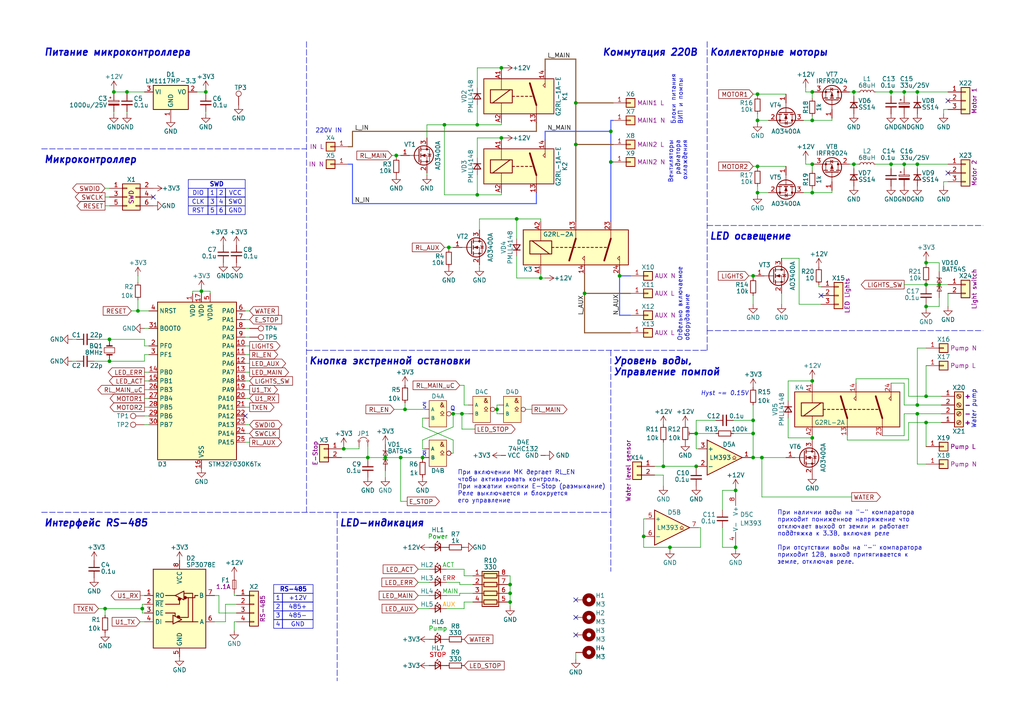
<source format=kicad_sch>
(kicad_sch (version 20230121) (generator eeschema)

  (uuid 6450e7fa-7a31-4aa4-8e80-7e6cbe2452fc)

  (paper "A4")

  (title_block
    (title "RS485_Relay V2 module")
    (rev "1")
    (company "ООО \"Экросхим\"")
    (comment 1 "Anton Mukhin")
  )

  

  (junction (at 262.255 26.67) (diameter 0) (color 0 0 0 0)
    (uuid 025861c3-9559-4ee6-bd02-0a9dcb606de5)
  )
  (junction (at 266.065 47.625) (diameter 0) (color 0 0 0 0)
    (uuid 05ea3b54-db05-475d-8a61-c27f7472cb87)
  )
  (junction (at 235.585 34.925) (diameter 0) (color 0 0 0 0)
    (uuid 077cc5b7-ff23-4099-afa7-545f65105d99)
  )
  (junction (at 177.165 38.1) (diameter 0) (color 0 0 0 0)
    (uuid 0be94d74-4197-43a5-86bd-bc3c880a49b6)
  )
  (junction (at 219.71 55.88) (diameter 0) (color 0 0 0 0)
    (uuid 0c0c38bb-ac3c-4f33-b3d5-7001cf3cf660)
  )
  (junction (at 138.43 56.515) (diameter 0) (color 0 0 0 0)
    (uuid 0cd95bb8-82a0-46a1-911a-3d045eb8684f)
  )
  (junction (at 58.42 84.455) (diameter 0) (color 0 0 0 0)
    (uuid 0d0a0bc9-4b99-4e81-b380-c4ceadb79b11)
  )
  (junction (at 268.605 122.555) (diameter 0) (color 0 0 0 0)
    (uuid 0f5f9fd3-cad9-4fcc-a351-5391f31d8cf7)
  )
  (junction (at 268.605 88.9) (diameter 0) (color 0 0 0 0)
    (uuid 0fdc5ad0-973c-4080-80d6-9966388d9dd4)
  )
  (junction (at 235.585 26.67) (diameter 0) (color 0 0 0 0)
    (uuid 110b7e71-4eeb-4d1d-9c7c-47e1a96e68cc)
  )
  (junction (at 272.415 82.55) (diameter 0) (color 0 0 0 0)
    (uuid 187bc0b2-e2b5-4b43-8b92-3becff17f88d)
  )
  (junction (at 262.255 47.625) (diameter 0) (color 0 0 0 0)
    (uuid 1f3971c9-d882-427b-8124-4eaba1b5e5ca)
  )
  (junction (at 192.405 135.255) (diameter 0) (color 0 0 0 0)
    (uuid 2051fc95-f1ce-412d-a87f-2a94e6a96e67)
  )
  (junction (at 194.31 158.75) (diameter 0) (color 0 0 0 0)
    (uuid 2167fd11-485c-4c85-8740-09b45325c014)
  )
  (junction (at 258.445 47.625) (diameter 0) (color 0 0 0 0)
    (uuid 227cc3da-ee51-41c1-8f39-3066c60e2d00)
  )
  (junction (at 268.605 114.935) (diameter 0) (color 0 0 0 0)
    (uuid 236b0db4-28f3-4b6e-9461-70758d7bdc3b)
  )
  (junction (at 218.44 125.73) (diameter 0) (color 0 0 0 0)
    (uuid 27ea5af2-0afa-46e2-a598-2ba24dcc1ac9)
  )
  (junction (at 266.065 117.475) (diameter 0) (color 0 0 0 0)
    (uuid 293f9a76-8490-4fd0-98a0-e1c943a80e6e)
  )
  (junction (at 133.985 120.015) (diameter 0) (color 0 0 0 0)
    (uuid 2d1a3b91-6cdd-45aa-bc7e-5a1793bb6506)
  )
  (junction (at 213.36 142.24) (diameter 0) (color 0 0 0 0)
    (uuid 2e3c7c96-c41a-4fb8-8d7b-2bf0e5108e66)
  )
  (junction (at 147.955 169.545) (diameter 0) (color 0 0 0 0)
    (uuid 36a2ed52-0d63-4126-898c-85fe0410d891)
  )
  (junction (at 122.555 132.715) (diameter 0) (color 0 0 0 0)
    (uuid 37f93377-2764-4d49-9ab6-38d54ac507d2)
  )
  (junction (at 219.71 48.26) (diameter 0) (color 0 0 0 0)
    (uuid 39f20107-2c50-42ed-a7c4-57329dfe56fa)
  )
  (junction (at 220.98 132.715) (diameter 0) (color 0 0 0 0)
    (uuid 41555883-9cac-4116-8698-ba71ce74f7e4)
  )
  (junction (at 268.605 76.2) (diameter 0) (color 0 0 0 0)
    (uuid 43fc6e5f-fcc7-42af-8f7d-38b2562e4303)
  )
  (junction (at 235.585 47.625) (diameter 0) (color 0 0 0 0)
    (uuid 4a0c4f3b-15d0-461b-9b5b-5e6485cce6f4)
  )
  (junction (at 201.93 125.73) (diameter 0) (color 0 0 0 0)
    (uuid 4e3b8dc2-de67-49e5-abb0-3b2964777377)
  )
  (junction (at 99.695 130.175) (diameter 0) (color 0 0 0 0)
    (uuid 500bc291-74f5-404c-a54a-494e928b6b01)
  )
  (junction (at 147.955 172.085) (diameter 0) (color 0 0 0 0)
    (uuid 53022e14-a6b2-4687-8568-ed01bb0bc801)
  )
  (junction (at 149.86 63.5) (diameter 0) (color 0 0 0 0)
    (uuid 533a4b70-f71b-44d5-b4e3-3f2097299e9c)
  )
  (junction (at 218.44 132.715) (diameter 0) (color 0 0 0 0)
    (uuid 54bad2b4-13ca-4ccd-99ec-16651a6a77d5)
  )
  (junction (at 138.43 36.195) (diameter 0) (color 0 0 0 0)
    (uuid 55c7bdf3-5f8f-4771-9d1d-19fdb4d5c4ab)
  )
  (junction (at 31.75 98.425) (diameter 0) (color 0 0 0 0)
    (uuid 5b8f7dcc-5c75-4ac6-9d15-61476b3c3ab6)
  )
  (junction (at 128.905 36.195) (diameter 0) (color 0 0 0 0)
    (uuid 5d6c6750-430b-4bfe-b825-1b5354ce9c0f)
  )
  (junction (at 169.545 85.09) (diameter 0) (color 0 0 0 0)
    (uuid 65bf29da-2ed8-4872-8fd2-409bb2167fcd)
  )
  (junction (at 147.955 174.625) (diameter 0) (color 0 0 0 0)
    (uuid 66daeb34-ae29-4d79-939a-fe7740178441)
  )
  (junction (at 131.445 120.015) (diameter 0) (color 0 0 0 0)
    (uuid 67d5c6ea-8a2b-48fd-a4df-a2ed4dcd7647)
  )
  (junction (at 247.65 47.625) (diameter 0) (color 0 0 0 0)
    (uuid 6f042441-4e4f-4e2c-854b-fadc83e03487)
  )
  (junction (at 167.005 41.91) (diameter 0) (color 0 0 0 0)
    (uuid 7a74a676-8563-419b-871a-85105152586b)
  )
  (junction (at 30.48 176.53) (diameter 0) (color 0 0 0 0)
    (uuid 7b973aa7-967b-4d7c-a42d-226863a3855e)
  )
  (junction (at 218.44 80.01) (diameter 0) (color 0 0 0 0)
    (uuid 7e440e3a-3a2b-4310-a85d-704e207ca204)
  )
  (junction (at 33.02 26.67) (diameter 0) (color 0 0 0 0)
    (uuid 80103748-55ed-41b6-830a-41b5cae1ea4f)
  )
  (junction (at 41.275 176.53) (diameter 0) (color 0 0 0 0)
    (uuid 857ada16-b94d-4a33-95b4-1659a5c003cf)
  )
  (junction (at 111.76 132.715) (diameter 0) (color 0 0 0 0)
    (uuid 878ca46b-e5c5-42b7-b400-364d4b976d84)
  )
  (junction (at 268.605 82.55) (diameter 0) (color 0 0 0 0)
    (uuid 8916e602-afa6-4cba-adf2-1a6ae4a4e818)
  )
  (junction (at 247.65 26.67) (diameter 0) (color 0 0 0 0)
    (uuid 9070c74b-7696-4e92-93eb-79dd9f9bfd95)
  )
  (junction (at 201.93 135.255) (diameter 0) (color 0 0 0 0)
    (uuid 933f608a-7f52-47ea-b469-7b36181f332c)
  )
  (junction (at 130.175 71.755) (diameter 0) (color 0 0 0 0)
    (uuid 96d486fe-3702-4d60-a82f-e8ed9056080c)
  )
  (junction (at 116.205 132.715) (diameter 0) (color 0 0 0 0)
    (uuid a1402cfd-4257-40d0-9e4a-6cc726dc085d)
  )
  (junction (at 266.065 120.015) (diameter 0) (color 0 0 0 0)
    (uuid aaedd42c-4232-4c1f-93d2-69c5641e2ad6)
  )
  (junction (at 145.415 40.005) (diameter 0) (color 0 0 0 0)
    (uuid b02e3344-22f9-42e7-866f-9e0b640cc9ac)
  )
  (junction (at 219.71 34.925) (diameter 0) (color 0 0 0 0)
    (uuid b1393ca2-d170-4656-923e-9350fbbcec10)
  )
  (junction (at 59.69 26.67) (diameter 0) (color 0 0 0 0)
    (uuid b62da96e-bb76-44fd-b2a1-0217c85053cd)
  )
  (junction (at 114.935 45.085) (diameter 0) (color 0 0 0 0)
    (uuid bdfb88c2-9246-4b92-85b9-7d4fa2c8e2c0)
  )
  (junction (at 258.445 26.67) (diameter 0) (color 0 0 0 0)
    (uuid bfac10f2-123d-488a-bc50-e2754c4c3ccd)
  )
  (junction (at 31.75 104.775) (diameter 0) (color 0 0 0 0)
    (uuid c26f93a6-4f08-4fc2-b35b-6c12c5252821)
  )
  (junction (at 36.83 26.67) (diameter 0) (color 0 0 0 0)
    (uuid c540ea47-b008-4fc7-802c-fd2fb31c75cc)
  )
  (junction (at 40.005 90.17) (diameter 0) (color 0 0 0 0)
    (uuid c69ece61-cf8a-4a14-a080-5b124fc14304)
  )
  (junction (at 218.44 121.92) (diameter 0) (color 0 0 0 0)
    (uuid caa25b21-7042-49b5-ba8e-e650c97121b1)
  )
  (junction (at 235.585 127) (diameter 0) (color 0 0 0 0)
    (uuid cabf4744-c332-47ee-8f69-efbc1a99fbd1)
  )
  (junction (at 167.005 29.845) (diameter 0) (color 0 0 0 0)
    (uuid cb998d4c-f26c-4459-abcd-12f57485ad6b)
  )
  (junction (at 177.165 46.99) (diameter 0) (color 0 0 0 0)
    (uuid cbb40fd7-82dd-4cf5-bf6b-c000bf2d792f)
  )
  (junction (at 186.69 155.575) (diameter 0) (color 0 0 0 0)
    (uuid cc605d83-b9bc-4e7b-85f5-4ff3119684c8)
  )
  (junction (at 144.145 118.745) (diameter 0) (color 0 0 0 0)
    (uuid d31ee352-9853-40f1-a9e6-f711a7f6e079)
  )
  (junction (at 213.36 158.75) (diameter 0) (color 0 0 0 0)
    (uuid d8578f05-a456-4a12-936b-72167241647f)
  )
  (junction (at 235.585 55.88) (diameter 0) (color 0 0 0 0)
    (uuid db0d85a7-3928-429b-ae8a-a3e1f08e4e28)
  )
  (junction (at 179.705 80.01) (diameter 0) (color 0 0 0 0)
    (uuid dc6b09a6-c221-4183-a6ac-89d66c1a8ba2)
  )
  (junction (at 145.415 19.685) (diameter 0) (color 0 0 0 0)
    (uuid df8ba9ac-3cb7-4cae-ba74-a19d4fdf57d1)
  )
  (junction (at 235.585 110.49) (diameter 0) (color 0 0 0 0)
    (uuid dfebfafd-ac40-415b-8d6f-168a5f120789)
  )
  (junction (at 156.845 80.645) (diameter 0) (color 0 0 0 0)
    (uuid e2d4d49e-bfd8-41fd-a192-6a0451d0081b)
  )
  (junction (at 266.065 26.67) (diameter 0) (color 0 0 0 0)
    (uuid e6dbe63b-48bb-4339-8bb7-c2978fe186fa)
  )
  (junction (at 106.68 132.715) (diameter 0) (color 0 0 0 0)
    (uuid ead377f6-9f70-46d5-99a7-71cf222f7994)
  )
  (junction (at 117.475 118.745) (diameter 0) (color 0 0 0 0)
    (uuid f09829d1-30a2-4b66-b1a1-f55c538c91a8)
  )
  (junction (at 219.71 27.305) (diameter 0) (color 0 0 0 0)
    (uuid ffcdf3fd-3f76-49e3-aa46-7be728dc307c)
  )

  (no_connect (at 71.12 120.65) (uuid 03f8abea-e6c1-455c-84e4-6cd5273dad97))
  (no_connect (at 167.005 184.15) (uuid 1c44ba37-14b3-405b-a54f-e7dcfcad7590))
  (no_connect (at 238.125 85.725) (uuid 31a690ea-4b5b-43ad-9006-4510d71109a9))
  (no_connect (at 44.45 57.15) (uuid 684d7b93-7724-429f-9672-a6aac24ff43d))
  (no_connect (at 167.005 179.07) (uuid 96716cc6-9055-4b35-92d8-af019611fa49))
  (no_connect (at 274.955 29.21) (uuid d3831871-95b0-42eb-bd90-4b6bf35bc9ab))
  (no_connect (at 274.955 50.165) (uuid eb12b70a-10cd-4e3c-94e6-13cdb3dd8f57))
  (no_connect (at 167.005 173.99) (uuid f8836111-faf3-43b2-8065-b2ef53ec5bf3))

  (wire (pts (xy 111.76 132.715) (xy 116.205 132.715))
    (stroke (width 0) (type default))
    (uuid 0087c397-f528-42ef-a7c1-acdd726555d9)
  )
  (wire (pts (xy 30.48 57.15) (xy 31.75 57.15))
    (stroke (width 0) (type default))
    (uuid 00b6dd6d-436d-4ce0-a32e-b73d035b4b02)
  )
  (wire (pts (xy 139.065 76.835) (xy 139.065 77.47))
    (stroke (width 0) (type default))
    (uuid 0127a94d-4374-4d4c-be2a-2d00bb563f3e)
  )
  (wire (pts (xy 201.93 135.255) (xy 202.565 135.255))
    (stroke (width 0) (type default))
    (uuid 02be5ec9-b021-4f94-b855-741a971830a5)
  )
  (wire (pts (xy 135.89 117.475) (xy 134.62 117.475))
    (stroke (width 0) (type default))
    (uuid 035dc596-e3ab-4253-9de6-17563127271c)
  )
  (wire (pts (xy 71.12 110.49) (xy 72.39 110.49))
    (stroke (width 0) (type default))
    (uuid 039410ce-cf4d-46f8-b718-73fdb47d6fdf)
  )
  (wire (pts (xy 218.44 85.725) (xy 218.44 88.265))
    (stroke (width 0) (type default))
    (uuid 040015b5-b357-4461-b05a-895138c15b93)
  )
  (wire (pts (xy 245.745 126.365) (xy 245.745 127.635))
    (stroke (width 0) (type default))
    (uuid 04155474-4984-4345-9fd9-7f0da614a137)
  )
  (wire (pts (xy 167.005 189.23) (xy 167.005 191.135))
    (stroke (width 0) (type default))
    (uuid 047109a4-8044-4b43-8813-c4cded0fffe5)
  )
  (wire (pts (xy 133.35 172.72) (xy 133.35 172.085))
    (stroke (width 0) (type default))
    (uuid 056c5ecb-4673-4d09-9185-b2dd7c23cb00)
  )
  (wire (pts (xy 30.48 176.53) (xy 41.275 176.53))
    (stroke (width 0) (type default))
    (uuid 05d85703-ced6-42c8-a0a4-fe022770cba4)
  )
  (wire (pts (xy 194.31 158.75) (xy 194.31 159.385))
    (stroke (width 0) (type default))
    (uuid 06a89d01-6bd4-4175-87b2-1fcd403c729e)
  )
  (wire (pts (xy 149.86 74.295) (xy 149.86 80.645))
    (stroke (width 0) (type default))
    (uuid 06bfd472-3e76-4bd9-b783-71d69b231475)
  )
  (wire (pts (xy 68.58 180.34) (xy 67.945 180.34))
    (stroke (width 0) (type default))
    (uuid 08bf49bc-949f-4c3e-8f40-c89978628c39)
  )
  (wire (pts (xy 133.35 169.545) (xy 137.16 169.545))
    (stroke (width 0) (type default))
    (uuid 09084143-c152-4d14-9cde-2875a560dc3e)
  )
  (wire (pts (xy 209.55 153.035) (xy 209.55 158.75))
    (stroke (width 0) (type default))
    (uuid 0a853dc6-dd2a-437b-a440-87521a88cf43)
  )
  (wire (pts (xy 106.68 132.715) (xy 106.68 133.35))
    (stroke (width 0) (type default))
    (uuid 0a976d54-7133-42b0-96e4-ea2b8a2cc022)
  )
  (wire (pts (xy 36.83 26.67) (xy 41.91 26.67))
    (stroke (width 0) (type default))
    (uuid 0aac398f-a3c9-4277-b714-3dff0b7b2fc8)
  )
  (wire (pts (xy 262.255 126.365) (xy 262.255 120.015))
    (stroke (width 0) (type default))
    (uuid 0b8f9e17-8cce-42c6-b8dd-dc8146f3f165)
  )
  (wire (pts (xy 118.11 145.415) (xy 116.205 145.415))
    (stroke (width 0) (type default))
    (uuid 0c014cbf-60e8-4deb-b8a0-4538efb5db7a)
  )
  (wire (pts (xy 266.065 117.475) (xy 273.05 117.475))
    (stroke (width 0) (type default))
    (uuid 0ce04c61-c60f-4cfb-bf55-590783100c57)
  )
  (wire (pts (xy 147.32 169.545) (xy 147.955 169.545))
    (stroke (width 0) (type default))
    (uuid 0d09c338-b37f-46e3-b77c-ae4bcd93c8f6)
  )
  (polyline (pts (xy 88.9 12.065) (xy 88.9 148.59))
    (stroke (width 0) (type dash))
    (uuid 0df5bca9-5c26-4f85-9f2d-852a70bd0685)
  )

  (wire (pts (xy 262.255 117.475) (xy 266.065 117.475))
    (stroke (width 0) (type default))
    (uuid 0edeeff1-4a45-44cc-93d7-665a2028f2bf)
  )
  (wire (pts (xy 268.605 134.62) (xy 266.065 134.62))
    (stroke (width 0) (type default))
    (uuid 0f1b1797-6c66-4d5a-be42-1e1cf8f1d0d5)
  )
  (wire (pts (xy 41.91 104.775) (xy 31.75 104.775))
    (stroke (width 0) (type default))
    (uuid 0f79eee7-bcf2-4b1b-9087-ff8e92ab9861)
  )
  (wire (pts (xy 228.6 121.285) (xy 228.6 127))
    (stroke (width 0) (type default))
    (uuid 12176ba6-4a54-41b2-bece-0a02fe2b49c4)
  )
  (wire (pts (xy 233.045 55.88) (xy 235.585 55.88))
    (stroke (width 0) (type default))
    (uuid 123a1267-58f1-4fd3-ae03-42297840b3ce)
  )
  (wire (pts (xy 147.955 174.625) (xy 147.955 175.895))
    (stroke (width 0) (type default))
    (uuid 12d537bf-e329-4383-8179-4d6d5bef6387)
  )
  (wire (pts (xy 138.43 45.72) (xy 138.43 40.005))
    (stroke (width 0) (type default))
    (uuid 12d7248f-4b18-4f13-8c77-1634e091e700)
  )
  (wire (pts (xy 167.005 17.145) (xy 167.005 29.845))
    (stroke (width 0.3) (type default) (color 136 81 44 1))
    (uuid 13cb3e7b-2f39-427f-bbcc-9f2a539ddf72)
  )
  (wire (pts (xy 134.62 111.76) (xy 133.35 111.76))
    (stroke (width 0) (type default))
    (uuid 13db0860-7d38-407c-99d7-551a3bfcd905)
  )
  (wire (pts (xy 20.955 98.425) (xy 22.225 98.425))
    (stroke (width 0) (type default))
    (uuid 1419981e-88bf-4db6-b1db-ab5777992550)
  )
  (wire (pts (xy 59.69 26.67) (xy 59.69 27.305))
    (stroke (width 0) (type default))
    (uuid 1477ee0f-c249-411e-a382-ca1ec47e4edd)
  )
  (wire (pts (xy 41.91 98.425) (xy 31.75 98.425))
    (stroke (width 0) (type default))
    (uuid 15029913-33db-498e-b216-9fb60a7b72f0)
  )
  (wire (pts (xy 201.93 121.92) (xy 201.93 125.73))
    (stroke (width 0) (type default))
    (uuid 160541d6-d991-4aa3-b659-09c666c96545)
  )
  (wire (pts (xy 145.415 19.685) (xy 145.415 20.32))
    (stroke (width 0) (type default))
    (uuid 166338aa-4e3b-4f51-b567-4f99a0042745)
  )
  (wire (pts (xy 247.65 47.625) (xy 247.65 48.895))
    (stroke (width 0) (type default))
    (uuid 17007c84-cfc1-4253-8728-4f744ac2a149)
  )
  (wire (pts (xy 192.405 137.795) (xy 192.405 140.97))
    (stroke (width 0) (type default))
    (uuid 17d9b1b6-6c2d-46eb-b69a-1d98ee0826fb)
  )
  (wire (pts (xy 231.775 74.93) (xy 226.695 74.93))
    (stroke (width 0) (type default))
    (uuid 1837ad3e-570d-4b00-99e5-63c9573acc2d)
  )
  (wire (pts (xy 272.415 78.74) (xy 272.415 76.2))
    (stroke (width 0) (type default))
    (uuid 1925b013-8e8d-4ffb-99d1-2a3bb7f6d550)
  )
  (wire (pts (xy 235.585 26.67) (xy 236.22 26.67))
    (stroke (width 0) (type default))
    (uuid 1b1acf1b-47b3-4766-a109-55f9b7ea8341)
  )
  (wire (pts (xy 71.12 100.33) (xy 72.39 100.33))
    (stroke (width 0) (type default))
    (uuid 1b6f73a7-7126-47d7-8ad6-9570e460c61a)
  )
  (wire (pts (xy 235.585 126.365) (xy 235.585 127))
    (stroke (width 0) (type default))
    (uuid 1c271aac-4ec3-43e9-a766-e3a52872b154)
  )
  (wire (pts (xy 218.44 48.26) (xy 219.71 48.26))
    (stroke (width 0) (type default))
    (uuid 1d23b895-4f35-4397-a268-f72f0114a51f)
  )
  (wire (pts (xy 71.12 123.19) (xy 72.39 123.19))
    (stroke (width 0) (type default))
    (uuid 1df18233-294b-4e69-b9ab-13113479077b)
  )
  (wire (pts (xy 43.18 102.87) (xy 41.91 102.87))
    (stroke (width 0) (type default))
    (uuid 1e47a892-eaf6-495e-a803-5e7f85b050a7)
  )
  (wire (pts (xy 28.575 176.53) (xy 30.48 176.53))
    (stroke (width 0) (type default))
    (uuid 1e81dc6a-26e3-490d-ac33-dd1398cece90)
  )
  (wire (pts (xy 231.775 88.265) (xy 231.775 74.93))
    (stroke (width 0) (type default))
    (uuid 2025d6cd-e377-49c6-be1d-5c645c4db21b)
  )
  (wire (pts (xy 102.235 59.055) (xy 102.235 47.625))
    (stroke (width 0.3) (type default) (color 71 92 255 1))
    (uuid 207c98a0-878d-4842-bd2b-fbdcb7e9b013)
  )
  (wire (pts (xy 68.58 172.72) (xy 67.945 172.72))
    (stroke (width 0) (type default))
    (uuid 2269f297-920d-4853-b6af-0344ca220164)
  )
  (wire (pts (xy 274.955 52.705) (xy 273.685 52.705))
    (stroke (width 0) (type default))
    (uuid 22a6a1d7-9c18-4e53-8439-0f528505a962)
  )
  (wire (pts (xy 67.945 180.34) (xy 67.945 182.88))
    (stroke (width 0) (type default))
    (uuid 232481bf-fde3-48ad-8c36-47b49ba9314d)
  )
  (wire (pts (xy 177.165 46.99) (xy 177.165 64.135))
    (stroke (width 0.3) (type default) (color 71 92 255 1))
    (uuid 23c4c183-5196-4ad3-8917-ab3a5b65235c)
  )
  (wire (pts (xy 152.4 118.745) (xy 154.305 118.745))
    (stroke (width 0) (type default))
    (uuid 23eec670-03f3-4416-9740-c83aad4d2fb0)
  )
  (wire (pts (xy 247.015 144.145) (xy 220.98 144.145))
    (stroke (width 0) (type default))
    (uuid 23f20a31-404e-4134-9d1e-8b5d4e912506)
  )
  (wire (pts (xy 233.045 34.925) (xy 235.585 34.925))
    (stroke (width 0) (type default))
    (uuid 2548f921-b2b7-454d-8a1f-692da923f004)
  )
  (wire (pts (xy 218.44 80.01) (xy 218.44 80.645))
    (stroke (width 0) (type default))
    (uuid 2666ef53-0e18-4d64-9516-0bf12c479c20)
  )
  (wire (pts (xy 31.75 98.425) (xy 31.75 99.06))
    (stroke (width 0) (type default))
    (uuid 268518ad-e8fd-4cdd-bc31-61ff944e1f40)
  )
  (wire (pts (xy 219.71 48.26) (xy 227.965 48.26))
    (stroke (width 0) (type default))
    (uuid 271ff14e-a9a0-4842-8b72-2f84a917eaf3)
  )
  (wire (pts (xy 235.585 127) (xy 235.585 127.635))
    (stroke (width 0) (type default))
    (uuid 29071455-d5ff-46cc-929c-e299a5e8be09)
  )
  (wire (pts (xy 129.54 165.1) (xy 134.62 165.1))
    (stroke (width 0) (type default))
    (uuid 29ac071c-2081-4f70-83a0-542bdf7b9db9)
  )
  (wire (pts (xy 155.575 38.1) (xy 102.235 38.1))
    (stroke (width 0.3) (type default) (color 136 81 44 1))
    (uuid 2a583fc8-5844-48c7-a0a9-d13229de2da4)
  )
  (wire (pts (xy 263.525 109.855) (xy 263.525 114.935))
    (stroke (width 0) (type default))
    (uuid 2c38ca7b-c644-4b12-8e81-4a3d9a6c2571)
  )
  (wire (pts (xy 38.1 90.17) (xy 40.005 90.17))
    (stroke (width 0) (type default))
    (uuid 2c38d587-cc4f-441b-9863-712b2d508a2f)
  )
  (wire (pts (xy 158.115 38.1) (xy 177.165 38.1))
    (stroke (width 0.3) (type default) (color 71 92 255 1))
    (uuid 2cecdb9a-d259-40d5-9d6e-83d46f29f300)
  )
  (wire (pts (xy 258.445 47.625) (xy 258.445 48.895))
    (stroke (width 0) (type default))
    (uuid 2d057875-ccf2-4298-b333-380e3eba14d0)
  )
  (wire (pts (xy 207.645 121.92) (xy 201.93 121.92))
    (stroke (width 0) (type default))
    (uuid 2d78fefa-e62f-41ed-ac94-72d24a5450e4)
  )
  (wire (pts (xy 144.145 117.475) (xy 144.78 117.475))
    (stroke (width 0) (type default))
    (uuid 2df62fbf-5507-46a8-b940-07f3af28b595)
  )
  (wire (pts (xy 41.91 115.57) (xy 43.18 115.57))
    (stroke (width 0) (type default))
    (uuid 2f86537e-afb2-48c2-9a0f-1a81b5c37a9b)
  )
  (wire (pts (xy 30.48 54.61) (xy 31.75 54.61))
    (stroke (width 0) (type default))
    (uuid 301684d8-09d6-4759-bbdd-173ee1a0597a)
  )
  (wire (pts (xy 40.005 86.995) (xy 40.005 90.17))
    (stroke (width 0) (type default))
    (uuid 304f4f5a-b256-4752-9b0e-640b9f5a6a37)
  )
  (wire (pts (xy 268.605 122.555) (xy 273.05 122.555))
    (stroke (width 0) (type default))
    (uuid 30e71616-9ae5-443f-a370-accdb2fffd86)
  )
  (wire (pts (xy 149.86 63.5) (xy 156.845 63.5))
    (stroke (width 0) (type default))
    (uuid 311a0e8e-1260-4d95-8fcd-0bf529c9f379)
  )
  (wire (pts (xy 233.68 25.4) (xy 233.68 26.67))
    (stroke (width 0) (type default))
    (uuid 313adca8-0e6b-47dc-ba38-9e0b7f573117)
  )
  (wire (pts (xy 258.445 111.125) (xy 262.255 111.125))
    (stroke (width 0) (type default))
    (uuid 3140fe28-db81-4e64-952a-3c17cd55cb3c)
  )
  (wire (pts (xy 57.15 26.67) (xy 59.69 26.67))
    (stroke (width 0) (type default))
    (uuid 31ae2781-f7b0-46d5-aaed-883848cb20df)
  )
  (wire (pts (xy 177.165 38.1) (xy 177.165 46.99))
    (stroke (width 0.3) (type default) (color 71 92 255 1))
    (uuid 33222966-41cf-4aa2-870a-775d0910186d)
  )
  (wire (pts (xy 71.12 97.79) (xy 72.39 97.79))
    (stroke (width 0) (type default))
    (uuid 34aa6a88-7b00-4893-8905-6f101bf6ffdd)
  )
  (wire (pts (xy 41.91 110.49) (xy 43.18 110.49))
    (stroke (width 0) (type default))
    (uuid 35e0aadf-ad93-462c-98e4-5d2dd9c3f490)
  )
  (wire (pts (xy 71.12 107.95) (xy 72.39 107.95))
    (stroke (width 0) (type default))
    (uuid 36b52cc7-e3ba-4c09-9df9-5a0b999472bd)
  )
  (wire (pts (xy 268.605 114.935) (xy 273.05 114.935))
    (stroke (width 0) (type default))
    (uuid 373822e3-5a97-4dad-a253-ddc3b793d064)
  )
  (wire (pts (xy 177.165 34.925) (xy 177.165 38.1))
    (stroke (width 0.3) (type default) (color 71 92 255 1))
    (uuid 37412a9b-3b26-4b3e-b60c-0305e2b92acb)
  )
  (wire (pts (xy 263.525 127.635) (xy 263.525 122.555))
    (stroke (width 0) (type default))
    (uuid 376bca86-867e-4d53-852c-42d2f56c4e61)
  )
  (wire (pts (xy 268.605 81.915) (xy 268.605 82.55))
    (stroke (width 0) (type default))
    (uuid 38ebca48-4df0-4240-a15f-c3fc957bc2d5)
  )
  (wire (pts (xy 272.415 76.2) (xy 268.605 76.2))
    (stroke (width 0) (type default))
    (uuid 3931c579-0c9a-4623-973a-d2ef2654ef04)
  )
  (wire (pts (xy 219.71 34.925) (xy 222.885 34.925))
    (stroke (width 0) (type default))
    (uuid 39379aa3-2552-42d3-843f-7f19e25667ba)
  )
  (wire (pts (xy 133.985 124.46) (xy 133.985 120.015))
    (stroke (width 0) (type default))
    (uuid 395a4b76-048b-4f4e-aba9-cb12586957de)
  )
  (wire (pts (xy 71.12 115.57) (xy 72.39 115.57))
    (stroke (width 0) (type default))
    (uuid 39d40975-8197-4c2b-a312-2c27eda6798c)
  )
  (wire (pts (xy 158.115 38.1) (xy 158.115 40.64))
    (stroke (width 0.3) (type default) (color 71 92 255 1))
    (uuid 3baa2eed-40a7-4c3f-a5b1-0b26f695c977)
  )
  (wire (pts (xy 68.58 177.8) (xy 63.5 177.8))
    (stroke (width 0) (type default))
    (uuid 3d019a5a-36ba-46dd-b2d0-93bbb6a31dc4)
  )
  (wire (pts (xy 245.745 127.635) (xy 263.525 127.635))
    (stroke (width 0) (type default))
    (uuid 3fbcd283-7830-480e-85cd-7cba1be4230a)
  )
  (wire (pts (xy 67.945 172.72) (xy 67.945 172.085))
    (stroke (width 0) (type default))
    (uuid 3ffce9ea-6a9c-4605-bd4a-eafd6ddb5e31)
  )
  (wire (pts (xy 156.845 63.5) (xy 156.845 64.135))
    (stroke (width 0) (type default))
    (uuid 4000d0d4-3720-4515-9bf6-b60cb47ebb5d)
  )
  (wire (pts (xy 167.005 29.845) (xy 177.8 29.845))
    (stroke (width 0.3) (type default) (color 136 81 44 1))
    (uuid 40b59981-6f35-4443-af07-2374e49aa43e)
  )
  (wire (pts (xy 122.555 121.285) (xy 122.555 123.825))
    (stroke (width 0) (type default))
    (uuid 4132ff43-cd91-4b3d-843a-a8ca17d78f89)
  )
  (wire (pts (xy 139.065 63.5) (xy 149.86 63.5))
    (stroke (width 0) (type default))
    (uuid 4134e379-48a7-49e1-a2be-348d77cc34ff)
  )
  (wire (pts (xy 59.69 32.385) (xy 59.69 33.02))
    (stroke (width 0) (type default))
    (uuid 42887598-d59a-4185-8612-8657061760b6)
  )
  (wire (pts (xy 41.91 113.03) (xy 43.18 113.03))
    (stroke (width 0) (type default))
    (uuid 44b6fe80-91ab-43e9-a632-867442d8f3b4)
  )
  (wire (pts (xy 149.86 69.215) (xy 149.86 63.5))
    (stroke (width 0) (type default))
    (uuid 44d5cafb-d473-466c-8b81-8e82839d8829)
  )
  (wire (pts (xy 209.55 142.24) (xy 213.36 142.24))
    (stroke (width 0) (type default))
    (uuid 44ef3b3f-9bc1-49da-8c34-cc97a71e22be)
  )
  (wire (pts (xy 41.91 123.19) (xy 43.18 123.19))
    (stroke (width 0) (type default))
    (uuid 45820cd6-08f6-4824-980d-1f569f0327ad)
  )
  (wire (pts (xy 134.62 176.53) (xy 134.62 174.625))
    (stroke (width 0) (type default))
    (uuid 45f8731c-3f36-4c35-b2eb-90fe14eeb5bb)
  )
  (wire (pts (xy 217.17 80.01) (xy 218.44 80.01))
    (stroke (width 0) (type default))
    (uuid 466a55a9-ee42-4c7c-be78-54216c47c7a4)
  )
  (wire (pts (xy 20.955 104.775) (xy 22.225 104.775))
    (stroke (width 0) (type default))
    (uuid 480c20a0-9ddd-41b0-a9cb-60485c9e28c8)
  )
  (wire (pts (xy 58.42 83.82) (xy 58.42 84.455))
    (stroke (width 0) (type default))
    (uuid 488548fb-d2dc-44b0-8bb4-71620ba7080f)
  )
  (wire (pts (xy 235.585 54.61) (xy 235.585 55.88))
    (stroke (width 0) (type default))
    (uuid 492d00f2-58e2-45f1-81f5-f0e5ec09d003)
  )
  (wire (pts (xy 58.42 84.455) (xy 60.96 84.455))
    (stroke (width 0) (type default))
    (uuid 4938b4f9-ea85-4690-8900-64894491e7a5)
  )
  (wire (pts (xy 138.43 36.195) (xy 145.415 36.195))
    (stroke (width 0) (type default))
    (uuid 49ea047e-e6de-4579-9349-6a8ae9b32050)
  )
  (wire (pts (xy 130.175 71.755) (xy 131.445 71.755))
    (stroke (width 0) (type default))
    (uuid 4aa946cb-bf25-46f7-826c-293c98fbe0e3)
  )
  (wire (pts (xy 268.605 82.55) (xy 272.415 82.55))
    (stroke (width 0) (type default))
    (uuid 4b303469-8f29-41cb-94c8-30c9f782305b)
  )
  (wire (pts (xy 144.145 118.745) (xy 144.145 117.475))
    (stroke (width 0) (type default))
    (uuid 4c197d5c-674a-4b92-8abd-1345ada09b83)
  )
  (wire (pts (xy 218.44 132.715) (xy 218.44 125.73))
    (stroke (width 0) (type default))
    (uuid 4c6e91fd-a1d4-495b-9c2b-f93b0ced2240)
  )
  (wire (pts (xy 71.12 118.11) (xy 72.39 118.11))
    (stroke (width 0) (type default))
    (uuid 4c75a68f-9e52-420b-8b84-83c1a66ee899)
  )
  (wire (pts (xy 219.71 55.88) (xy 219.71 53.975))
    (stroke (width 0) (type default))
    (uuid 4c9293f3-ecfd-4871-bd83-b95ca7695dbb)
  )
  (wire (pts (xy 179.705 79.375) (xy 179.705 80.01))
    (stroke (width 0.3) (type default) (color 71 92 255 1))
    (uuid 4d73b166-ceff-4b25-b465-e4537ccc1bcc)
  )
  (wire (pts (xy 131.445 127.635) (xy 131.445 131.445))
    (stroke (width 0) (type default))
    (uuid 4d87ed5f-0ef1-48e0-ace6-73b7707252a9)
  )
  (wire (pts (xy 201.93 135.255) (xy 201.93 135.89))
    (stroke (width 0) (type default))
    (uuid 4e2d7d1d-ecdc-48e4-a942-2a1168097261)
  )
  (wire (pts (xy 130.175 71.755) (xy 130.175 72.39))
    (stroke (width 0) (type default))
    (uuid 4ec03816-8260-4a72-abd6-e5c7a4489bda)
  )
  (wire (pts (xy 201.295 125.73) (xy 201.93 125.73))
    (stroke (width 0) (type default))
    (uuid 4f80a63c-ed22-4a76-bdaa-f60b863c9a8a)
  )
  (wire (pts (xy 33.02 26.035) (xy 33.02 26.67))
    (stroke (width 0) (type default))
    (uuid 4f9d2a4b-73c0-48d7-86e0-af0f123e4b05)
  )
  (wire (pts (xy 231.775 88.265) (xy 238.125 88.265))
    (stroke (width 0) (type default))
    (uuid 502ecd8a-424d-4318-a8b7-a1cec5f79268)
  )
  (wire (pts (xy 117.475 118.745) (xy 123.19 118.745))
    (stroke (width 0) (type default))
    (uuid 50d899df-96c7-4ec0-b8e4-00449f2243f3)
  )
  (wire (pts (xy 219.71 35.56) (xy 219.71 34.925))
    (stroke (width 0) (type default))
    (uuid 51374a7f-a2b3-4c12-b4ef-6f53c52dbc5a)
  )
  (wire (pts (xy 40.64 172.72) (xy 41.91 172.72))
    (stroke (width 0) (type default))
    (uuid 522d026c-fa15-4e72-a6ae-ab60ed302773)
  )
  (wire (pts (xy 147.955 169.545) (xy 147.955 172.085))
    (stroke (width 0) (type default))
    (uuid 53af094c-3b85-4443-b1cb-f22e2537335b)
  )
  (wire (pts (xy 186.69 155.575) (xy 187.325 155.575))
    (stroke (width 0) (type default))
    (uuid 53ecba46-e1e6-4493-9aef-ae5da9d0a1c0)
  )
  (wire (pts (xy 104.14 130.175) (xy 99.695 130.175))
    (stroke (width 0) (type default))
    (uuid 544a5058-37cc-4756-b221-82db5dccd6ac)
  )
  (wire (pts (xy 186.69 150.495) (xy 186.69 155.575))
    (stroke (width 0) (type default))
    (uuid 546a8ea6-1b1b-4794-8d3d-7194548e7f7a)
  )
  (wire (pts (xy 40.005 80.01) (xy 40.005 81.915))
    (stroke (width 0) (type default))
    (uuid 54dd2fc5-6816-46be-966d-b9f61f9752dc)
  )
  (wire (pts (xy 266.065 134.62) (xy 266.065 120.015))
    (stroke (width 0) (type default))
    (uuid 55c3949e-17df-4067-a798-b1363c14f695)
  )
  (wire (pts (xy 123.825 36.195) (xy 128.905 36.195))
    (stroke (width 0) (type default))
    (uuid 56190ca3-f77d-40bc-8ea3-171cda205f27)
  )
  (wire (pts (xy 145.415 36.195) (xy 145.415 35.56))
    (stroke (width 0) (type default))
    (uuid 565f7233-bba9-40bd-94c1-79d796ad9051)
  )
  (polyline (pts (xy 205.105 12.065) (xy 205.105 95.885))
    (stroke (width 0) (type dash))
    (uuid 56fc567d-a8f4-493b-802d-10931682c0a2)
  )

  (wire (pts (xy 169.545 85.09) (xy 169.545 96.52))
    (stroke (width 0.3) (type default) (color 136 81 44 1))
    (uuid 5705eacb-cd84-4962-b3f8-ad6c022e80ce)
  )
  (wire (pts (xy 43.18 100.33) (xy 41.91 100.33))
    (stroke (width 0) (type default))
    (uuid 5732fba2-e5b6-456b-927f-7ceeb24b678c)
  )
  (wire (pts (xy 228.6 116.205) (xy 228.6 110.49))
    (stroke (width 0) (type default))
    (uuid 57d09f04-8117-4a3d-8c84-4c55ae48a135)
  )
  (wire (pts (xy 33.02 32.385) (xy 33.02 33.02))
    (stroke (width 0) (type default))
    (uuid 57d415d5-10e1-4aa7-9003-88550209902e)
  )
  (wire (pts (xy 241.3 34.29) (xy 241.3 34.925))
    (stroke (width 0) (type default))
    (uuid 5812ebd9-5bbb-4de6-90be-1eba77c34972)
  )
  (wire (pts (xy 41.91 120.65) (xy 43.18 120.65))
    (stroke (width 0) (type default))
    (uuid 58c8eb8b-ab9f-41c8-b858-4709cff7e852)
  )
  (wire (pts (xy 71.12 125.73) (xy 72.39 125.73))
    (stroke (width 0) (type default))
    (uuid 596a4b30-7f01-4264-a8f7-3a8d6b468531)
  )
  (wire (pts (xy 102.235 42.545) (xy 100.965 42.545))
    (stroke (width 0.3) (type default) (color 136 81 44 1))
    (uuid 5a0683eb-270f-4bfa-a7d2-3b5dec713527)
  )
  (wire (pts (xy 147.955 167.005) (xy 147.955 169.545))
    (stroke (width 0) (type default))
    (uuid 5a242407-16a2-4bcd-8c6c-ba7573d8f1cf)
  )
  (wire (pts (xy 262.255 26.67) (xy 262.255 27.94))
    (stroke (width 0) (type default))
    (uuid 5abdd6ea-48eb-41c3-ba24-83398af6370a)
  )
  (wire (pts (xy 254 47.625) (xy 258.445 47.625))
    (stroke (width 0) (type default))
    (uuid 5aff0ad4-5dd3-43c4-8519-d1f4b9c0ac8a)
  )
  (wire (pts (xy 262.255 82.55) (xy 268.605 82.55))
    (stroke (width 0) (type default))
    (uuid 5b05797f-a2e7-474a-ab65-a30c4ca810b0)
  )
  (wire (pts (xy 272.415 88.9) (xy 268.605 88.9))
    (stroke (width 0) (type default))
    (uuid 5b0e2029-a423-4c2c-a5cc-d8432085ab01)
  )
  (wire (pts (xy 30.48 59.69) (xy 31.75 59.69))
    (stroke (width 0) (type default))
    (uuid 5b79d467-9504-44f9-bbec-f2e16eaa4153)
  )
  (wire (pts (xy 134.62 117.475) (xy 134.62 111.76))
    (stroke (width 0) (type default))
    (uuid 5c654d2e-0582-4dd0-b8a8-8b0e93fa5ca1)
  )
  (wire (pts (xy 102.235 38.1) (xy 102.235 42.545))
    (stroke (width 0.3) (type default) (color 136 81 44 1))
    (uuid 5c852846-714e-40db-8388-356907814dc9)
  )
  (wire (pts (xy 99.06 132.715) (xy 106.68 132.715))
    (stroke (width 0) (type default))
    (uuid 5d0e0163-73ee-4b62-be27-0081be5be441)
  )
  (wire (pts (xy 213.36 158.75) (xy 213.36 158.115))
    (stroke (width 0) (type default))
    (uuid 5f67ae0f-eba6-41c7-993f-6ef436d7795e)
  )
  (wire (pts (xy 62.23 180.34) (xy 65.405 180.34))
    (stroke (width 0) (type default))
    (uuid 5faa5585-9d8b-4653-9124-b6970ace7845)
  )
  (wire (pts (xy 254 26.67) (xy 258.445 26.67))
    (stroke (width 0) (type default))
    (uuid 5fea5bf8-6afe-4cd7-95fc-116a6436538c)
  )
  (wire (pts (xy 116.205 132.715) (xy 122.555 132.715))
    (stroke (width 0) (type default))
    (uuid 6073b45a-370a-4ca8-9140-4fd2133df01a)
  )
  (wire (pts (xy 111.76 136.525) (xy 111.76 138.43))
    (stroke (width 0) (type default))
    (uuid 6099dbc6-2874-4477-95df-be33b6128a15)
  )
  (wire (pts (xy 233.68 46.355) (xy 233.68 47.625))
    (stroke (width 0) (type default))
    (uuid 61ed032c-ef30-493f-a05f-41cc4412382a)
  )
  (wire (pts (xy 71.12 105.41) (xy 72.39 105.41))
    (stroke (width 0) (type default))
    (uuid 6231d788-23d6-4409-866c-bd53dbb4e268)
  )
  (wire (pts (xy 138.43 56.515) (xy 145.415 56.515))
    (stroke (width 0) (type default))
    (uuid 62991fe2-1f91-41e4-892c-b3ece9891185)
  )
  (wire (pts (xy 99.695 130.175) (xy 99.695 129.54))
    (stroke (width 0) (type default))
    (uuid 62ffdfc4-2f73-48e7-8276-bc8913f32562)
  )
  (wire (pts (xy 248.285 111.125) (xy 248.285 109.855))
    (stroke (width 0) (type default))
    (uuid 633e687f-292d-40b6-892e-8be15cdfa2ec)
  )
  (wire (pts (xy 144.145 120.015) (xy 144.145 118.745))
    (stroke (width 0) (type default))
    (uuid 636d342e-a19e-4f94-8fa7-82324c86244a)
  )
  (wire (pts (xy 268.605 89.535) (xy 268.605 88.9))
    (stroke (width 0) (type default))
    (uuid 640a21fb-504e-4c25-9cfa-fdf16da6c637)
  )
  (wire (pts (xy 128.905 36.195) (xy 128.905 56.515))
    (stroke (width 0) (type default))
    (uuid 64937227-b362-4edf-8d8e-dbe0f798ecf0)
  )
  (wire (pts (xy 63.5 172.72) (xy 62.23 172.72))
    (stroke (width 0) (type default))
    (uuid 66c7613d-1ba7-4f21-a26a-ebbf861d9f7f)
  )
  (wire (pts (xy 122.555 132.715) (xy 122.555 133.35))
    (stroke (width 0) (type default))
    (uuid 66f56d85-7221-457c-884b-0f546a0edf97)
  )
  (wire (pts (xy 182.88 96.52) (xy 169.545 96.52))
    (stroke (width 0.3) (type default) (color 136 81 44 1))
    (uuid 671f43b9-14a0-49b5-a8c2-b4d65bc1cba6)
  )
  (wire (pts (xy 268.605 82.55) (xy 268.605 83.185))
    (stroke (width 0) (type default))
    (uuid 6724396d-4d74-4a94-b329-12bd9577ec07)
  )
  (wire (pts (xy 241.3 55.245) (xy 241.3 55.88))
    (stroke (width 0) (type default))
    (uuid 678cad29-2dc0-4b2e-8d8b-f9722fec2f02)
  )
  (wire (pts (xy 155.575 35.56) (xy 155.575 38.1))
    (stroke (width 0.3) (type default) (color 136 81 44 1))
    (uuid 682bc27e-7eed-4d12-bd2d-e08c3f95db8a)
  )
  (wire (pts (xy 143.51 118.745) (xy 144.145 118.745))
    (stroke (width 0) (type default))
    (uuid 6873721e-09ec-4770-ad71-b9a63d8b4ce2)
  )
  (wire (pts (xy 122.555 130.175) (xy 122.555 127.635))
    (stroke (width 0) (type default))
    (uuid 694755dc-e696-4eb3-bb0b-6ceafd018593)
  )
  (wire (pts (xy 266.065 47.625) (xy 274.955 47.625))
    (stroke (width 0) (type default))
    (uuid 695734d2-e7a0-4358-8860-7a03e4664d12)
  )
  (wire (pts (xy 131.445 120.015) (xy 133.985 120.015))
    (stroke (width 0) (type default))
    (uuid 6990f840-eaf1-4cb4-b260-f7cda3d47193)
  )
  (wire (pts (xy 40.005 90.17) (xy 43.18 90.17))
    (stroke (width 0) (type default))
    (uuid 69bbb8d9-9d8a-4498-ac55-c5e43ddafcea)
  )
  (wire (pts (xy 116.205 145.415) (xy 116.205 132.715))
    (stroke (width 0) (type default))
    (uuid 6b4dceaa-5832-405f-b9fa-266d67986d0f)
  )
  (wire (pts (xy 117.475 116.84) (xy 117.475 118.745))
    (stroke (width 0) (type default))
    (uuid 6b7a5ace-f351-43fb-b5b7-f7108d15653e)
  )
  (polyline (pts (xy 97.79 148.59) (xy 97.79 197.485))
    (stroke (width 0) (type dash))
    (uuid 6b95365f-a912-4b85-b411-0a8579c90032)
  )

  (wire (pts (xy 128.905 36.195) (xy 138.43 36.195))
    (stroke (width 0) (type default))
    (uuid 6bbbdcdc-3b2d-4613-a5c1-c4de11b6a187)
  )
  (wire (pts (xy 192.405 135.255) (xy 201.93 135.255))
    (stroke (width 0) (type default))
    (uuid 6be4df04-2801-43f8-82c2-cd9825f278a2)
  )
  (wire (pts (xy 149.86 80.645) (xy 156.845 80.645))
    (stroke (width 0) (type default))
    (uuid 6ce0d2e1-b4aa-44c9-8e4a-7200d5255562)
  )
  (wire (pts (xy 71.12 128.27) (xy 72.39 128.27))
    (stroke (width 0) (type default))
    (uuid 706dff62-ed70-42be-b0f8-8b7dc9caa637)
  )
  (wire (pts (xy 144.145 120.015) (xy 144.78 120.015))
    (stroke (width 0) (type default))
    (uuid 710eb54a-3e24-4ca5-8465-0b057eb3e0a2)
  )
  (wire (pts (xy 30.48 176.53) (xy 30.48 178.435))
    (stroke (width 0) (type default))
    (uuid 7174493f-ff80-49cf-b07c-1ed10994d921)
  )
  (wire (pts (xy 158.115 17.145) (xy 167.005 17.145))
    (stroke (width 0.3) (type default) (color 136 81 44 1))
    (uuid 7181b42a-28fc-4f97-a7e8-d3e12887195c)
  )
  (wire (pts (xy 130.81 131.445) (xy 131.445 131.445))
    (stroke (width 0) (type default))
    (uuid 71c70f2e-8854-4e5f-b140-a1bd05167268)
  )
  (wire (pts (xy 169.545 85.09) (xy 182.88 85.09))
    (stroke (width 0.3) (type default) (color 136 81 44 1))
    (uuid 72b3ff54-3ddf-41d2-bfd1-6b2c6e8c4c95)
  )
  (wire (pts (xy 187.325 150.495) (xy 186.69 150.495))
    (stroke (width 0) (type default))
    (uuid 73b8b4a2-f815-49fd-938a-6dc847e6cd77)
  )
  (wire (pts (xy 233.68 47.625) (xy 235.585 47.625))
    (stroke (width 0) (type default))
    (uuid 7466179a-3c51-4dd9-9a24-0e12b768782a)
  )
  (wire (pts (xy 212.725 121.92) (xy 218.44 121.92))
    (stroke (width 0) (type default))
    (uuid 754f382e-c0fb-48c7-8130-a3a86f669525)
  )
  (wire (pts (xy 158.115 17.145) (xy 158.115 20.32))
    (stroke (width 0.3) (type default) (color 136 81 44 1))
    (uuid 75e504ad-1a50-4529-8e11-6b5ef01df490)
  )
  (wire (pts (xy 63.5 177.8) (xy 63.5 172.72))
    (stroke (width 0) (type default))
    (uuid 75ef3f67-ad01-4045-b7b2-0a3d79d2051c)
  )
  (wire (pts (xy 268.605 75.565) (xy 268.605 76.2))
    (stroke (width 0) (type default))
    (uuid 7680e95d-10b7-4c8c-930a-445382b8ecdf)
  )
  (wire (pts (xy 272.415 86.36) (xy 272.415 88.9))
    (stroke (width 0) (type default))
    (uuid 7681128a-10b5-4761-9b46-fa454117d957)
  )
  (wire (pts (xy 247.65 47.625) (xy 248.92 47.625))
    (stroke (width 0) (type default))
    (uuid 77c6785e-0f4b-4192-b8ef-e1e1221b5405)
  )
  (wire (pts (xy 106.68 129.54) (xy 106.68 132.715))
    (stroke (width 0) (type default))
    (uuid 77ce7baa-db63-458d-a50e-b2aad2a57c74)
  )
  (wire (pts (xy 128.905 56.515) (xy 138.43 56.515))
    (stroke (width 0) (type default))
    (uuid 78990a1e-cdf7-4886-849c-264839d46865)
  )
  (wire (pts (xy 235.585 33.655) (xy 235.585 34.925))
    (stroke (width 0) (type default))
    (uuid 78ad76db-9db1-440d-a396-051ef0d0cbf6)
  )
  (wire (pts (xy 274.955 31.75) (xy 273.685 31.75))
    (stroke (width 0) (type default))
    (uuid 7964a0e5-3495-4154-a6cf-01e28ff5838a)
  )
  (wire (pts (xy 266.065 100.965) (xy 266.065 117.475))
    (stroke (width 0) (type default))
    (uuid 79c7ed57-0608-41fc-b058-576f07b33e55)
  )
  (wire (pts (xy 145.415 56.515) (xy 145.415 55.88))
    (stroke (width 0) (type default))
    (uuid 7a3310ab-1de6-4b19-bdcf-6c8aa814da3b)
  )
  (wire (pts (xy 235.585 26.67) (xy 235.585 28.575))
    (stroke (width 0) (type default))
    (uuid 7ae8978e-9218-4f3c-8680-9ae17f017631)
  )
  (wire (pts (xy 147.32 167.005) (xy 147.955 167.005))
    (stroke (width 0) (type default))
    (uuid 7c12b03d-5050-4e09-9862-04d1a1eb7ffc)
  )
  (wire (pts (xy 186.69 158.75) (xy 194.31 158.75))
    (stroke (width 0) (type default))
    (uuid 7d08e5e6-ff3c-4a0c-84e9-43f7f478bff8)
  )
  (wire (pts (xy 99.06 130.175) (xy 99.695 130.175))
    (stroke (width 0) (type default))
    (uuid 7db04ce7-91d1-4647-900c-995636e3c49f)
  )
  (wire (pts (xy 134.62 167.005) (xy 137.16 167.005))
    (stroke (width 0) (type default))
    (uuid 7e335b74-bcc5-4cd7-aaac-bb12ad746ce3)
  )
  (wire (pts (xy 218.44 27.305) (xy 219.71 27.305))
    (stroke (width 0) (type default))
    (uuid 7f1ef898-9034-4a43-a470-29fcba775263)
  )
  (polyline (pts (xy 12.065 148.59) (xy 177.165 148.59))
    (stroke (width 0) (type dash))
    (uuid 7f87af2a-756a-48bf-ad01-db0742adf1b1)
  )

  (wire (pts (xy 41.275 175.26) (xy 41.91 175.26))
    (stroke (width 0) (type default))
    (uuid 7fbfb361-2929-4508-a276-b29d0834cbbc)
  )
  (wire (pts (xy 104.14 129.54) (xy 104.14 130.175))
    (stroke (width 0) (type default))
    (uuid 804221df-0449-4049-874b-46ba65c6bcaf)
  )
  (wire (pts (xy 156.845 80.645) (xy 158.115 80.645))
    (stroke (width 0) (type default))
    (uuid 825a27f3-fb04-4ee2-b8bb-4c13b1071221)
  )
  (wire (pts (xy 220.98 144.145) (xy 220.98 132.715))
    (stroke (width 0) (type default))
    (uuid 8363405e-abcb-477f-a8a1-0ea72c89cd42)
  )
  (wire (pts (xy 268.605 88.9) (xy 268.605 88.265))
    (stroke (width 0) (type default))
    (uuid 83904524-3a3f-45d8-95a4-4fe8970ff074)
  )
  (wire (pts (xy 266.065 120.015) (xy 273.05 120.015))
    (stroke (width 0) (type default))
    (uuid 84cc607a-ee77-418b-8da5-a0c6a9236db0)
  )
  (wire (pts (xy 268.605 106.045) (xy 268.605 114.935))
    (stroke (width 0) (type default))
    (uuid 856bf4b0-d492-4e7b-b955-2be9c945f511)
  )
  (wire (pts (xy 138.43 25.4) (xy 138.43 19.685))
    (stroke (width 0) (type default))
    (uuid 869eb0bc-4abf-4193-a413-2046507f3747)
  )
  (wire (pts (xy 219.71 56.515) (xy 219.71 55.88))
    (stroke (width 0) (type default))
    (uuid 87dedfed-8a43-47e2-ac4f-feb7d9b739c2)
  )
  (wire (pts (xy 122.555 123.825) (xy 131.445 127.635))
    (stroke (width 0) (type default))
    (uuid 89b76f65-71eb-4875-84bb-1f4a73478ec5)
  )
  (wire (pts (xy 114.935 45.085) (xy 116.205 45.085))
    (stroke (width 0) (type default))
    (uuid 8a01086a-23e2-4a7c-bb53-6fa2066217f9)
  )
  (polyline (pts (xy 88.9 101.6) (xy 205.105 101.6))
    (stroke (width 0) (type dash))
    (uuid 8a201f7f-6671-49c6-994c-60f4496ff031)
  )

  (wire (pts (xy 273.685 52.705) (xy 273.685 53.975))
    (stroke (width 0) (type default))
    (uuid 8c248a60-c7f1-4cb3-a2ad-03d21bc71ab3)
  )
  (wire (pts (xy 213.36 141.605) (xy 213.36 142.24))
    (stroke (width 0) (type default))
    (uuid 8c414ec5-1089-4c02-bf8f-2e83624bcf33)
  )
  (wire (pts (xy 255.905 126.365) (xy 262.255 126.365))
    (stroke (width 0) (type default))
    (uuid 8d38f0b4-435d-4e8e-9647-8f123d560815)
  )
  (wire (pts (xy 247.65 26.67) (xy 247.65 27.94))
    (stroke (width 0) (type default))
    (uuid 8e4fa7d1-a5d6-4e81-bc4e-997109aa53e7)
  )
  (wire (pts (xy 55.88 85.09) (xy 55.88 84.455))
    (stroke (width 0) (type default))
    (uuid 8ec6cbe7-a106-4031-94be-28b2ca17de30)
  )
  (polyline (pts (xy 12.065 43.18) (xy 88.9 43.18))
    (stroke (width 0) (type dash))
    (uuid 8f5ad8cb-9bf2-4e63-a1a0-d66927564962)
  )
  (polyline (pts (xy 205.105 65.405) (xy 285.115 65.405))
    (stroke (width 0) (type dash))
    (uuid 90019100-8286-421a-8ebb-5b3ddbb6ab13)
  )

  (wire (pts (xy 137.795 124.46) (xy 133.985 124.46))
    (stroke (width 0) (type default))
    (uuid 91f8e8c1-a432-4251-9b27-a3cf9b4fad6b)
  )
  (wire (pts (xy 145.415 19.685) (xy 146.05 19.685))
    (stroke (width 0) (type default))
    (uuid 92075d22-763a-444d-9810-57e265e10d7b)
  )
  (wire (pts (xy 235.585 47.625) (xy 235.585 49.53))
    (stroke (width 0) (type default))
    (uuid 9208a60d-e3fd-41da-855f-6d415ac3f37f)
  )
  (wire (pts (xy 121.285 172.72) (xy 124.46 172.72))
    (stroke (width 0) (type default))
    (uuid 9449c85b-39f8-4240-84f2-fb197b5b225c)
  )
  (wire (pts (xy 123.825 40.005) (xy 123.825 36.195))
    (stroke (width 0) (type default))
    (uuid 94778c6d-9e70-43c1-a18f-b9979a73bb09)
  )
  (wire (pts (xy 268.605 122.555) (xy 268.605 129.54))
    (stroke (width 0) (type default))
    (uuid 9606c441-ba34-47dd-bdb5-ca23daa41a79)
  )
  (wire (pts (xy 71.12 102.87) (xy 72.39 102.87))
    (stroke (width 0) (type default))
    (uuid 9610225d-550a-4d78-994b-a0a0d2a46c0b)
  )
  (wire (pts (xy 139.065 63.5) (xy 139.065 66.675))
    (stroke (width 0) (type default))
    (uuid 97237b44-77d6-4d7e-8435-0d1c769fd32e)
  )
  (wire (pts (xy 156.845 79.375) (xy 156.845 80.645))
    (stroke (width 0) (type default))
    (uuid 9794f0aa-d264-443a-9214-d30d71f257ba)
  )
  (wire (pts (xy 31.75 104.775) (xy 31.75 104.14))
    (stroke (width 0) (type default))
    (uuid 9817c5ec-97f7-4b1f-a70c-095032c5be0c)
  )
  (wire (pts (xy 192.405 128.27) (xy 192.405 135.255))
    (stroke (width 0) (type default))
    (uuid 98537540-0522-44d4-8bf0-39f1473d525e)
  )
  (wire (pts (xy 228.6 127) (xy 235.585 127))
    (stroke (width 0) (type default))
    (uuid 9955327c-8817-477d-8883-6b9eba8ebeed)
  )
  (wire (pts (xy 189.865 137.795) (xy 192.405 137.795))
    (stroke (width 0) (type default))
    (uuid 997d7afe-7ee1-46ed-a9e1-cd5bc99e2661)
  )
  (wire (pts (xy 138.43 19.685) (xy 145.415 19.685))
    (stroke (width 0) (type default))
    (uuid 9a43de1a-3bfa-4b0d-b934-01021d94d143)
  )
  (wire (pts (xy 209.55 158.75) (xy 213.36 158.75))
    (stroke (width 0) (type default))
    (uuid 9abf324e-a81b-4928-9483-ff9db5de0796)
  )
  (wire (pts (xy 219.71 34.925) (xy 219.71 33.02))
    (stroke (width 0) (type default))
    (uuid 9b08200f-b71e-4ed8-92a5-539c80c165a1)
  )
  (wire (pts (xy 147.32 174.625) (xy 147.955 174.625))
    (stroke (width 0) (type default))
    (uuid 9beab7a3-5b9d-4d58-8d7e-b3fcb7eb517b)
  )
  (wire (pts (xy 155.575 59.055) (xy 102.235 59.055))
    (stroke (width 0.3) (type default) (color 71 92 255 1))
    (uuid 9c21ccd3-7323-4a78-928f-b17cf3f5e3c1)
  )
  (wire (pts (xy 237.49 82.55) (xy 237.49 83.185))
    (stroke (width 0) (type default))
    (uuid 9c8e9328-ff1a-43ba-bfc1-4e3e0c271d72)
  )
  (wire (pts (xy 59.69 26.035) (xy 59.69 26.67))
    (stroke (width 0) (type default))
    (uuid 9cbfc92f-b754-495f-a385-a6daa665b57a)
  )
  (wire (pts (xy 65.405 175.26) (xy 68.58 175.26))
    (stroke (width 0) (type default))
    (uuid 9d7ec9ae-303b-4d6b-8a51-223b3b41fccb)
  )
  (wire (pts (xy 177.165 46.99) (xy 177.8 46.99))
    (stroke (width 0.3) (type default) (color 71 92 255 1))
    (uuid 9e73013f-f502-497e-bb78-e5fbee8b235c)
  )
  (wire (pts (xy 121.285 165.1) (xy 124.46 165.1))
    (stroke (width 0) (type default))
    (uuid 9ecbdbe5-32aa-4587-ada8-2871b259b4a7)
  )
  (wire (pts (xy 145.415 40.005) (xy 145.415 40.64))
    (stroke (width 0) (type default))
    (uuid 9f4a00ae-eb09-404f-8d5b-2039511a6eaa)
  )
  (wire (pts (xy 27.305 104.775) (xy 31.75 104.775))
    (stroke (width 0) (type default))
    (uuid a1df118b-91a9-400f-88a7-ec4c8f265d47)
  )
  (wire (pts (xy 133.985 120.015) (xy 135.89 120.015))
    (stroke (width 0) (type default))
    (uuid a355aeea-ead6-41a0-8679-d12e95bd6ed8)
  )
  (wire (pts (xy 129.54 172.72) (xy 133.35 172.72))
    (stroke (width 0) (type default))
    (uuid a40a8968-4149-4e88-aa59-3d21a64d7205)
  )
  (wire (pts (xy 179.705 80.01) (xy 179.705 91.44))
    (stroke (width 0.3) (type default) (color 71 92 255 1))
    (uuid a41399cd-7949-4957-b379-f27122fff3ff)
  )
  (wire (pts (xy 217.805 132.715) (xy 218.44 132.715))
    (stroke (width 0) (type default))
    (uuid a4240f2c-cb46-4eae-aa74-45ae73cd2960)
  )
  (wire (pts (xy 248.285 109.855) (xy 263.525 109.855))
    (stroke (width 0) (type default))
    (uuid a533219c-3f77-45e4-ac5d-d304665afa94)
  )
  (wire (pts (xy 167.005 29.845) (xy 167.005 41.91))
    (stroke (width 0.3) (type default) (color 136 81 44 1))
    (uuid a75e5957-edc8-43ba-8feb-bc3aa18a5b46)
  )
  (wire (pts (xy 113.665 45.085) (xy 114.935 45.085))
    (stroke (width 0) (type default))
    (uuid a7e65006-c0ba-4756-b784-a91a1e3b9644)
  )
  (wire (pts (xy 228.6 110.49) (xy 235.585 110.49))
    (stroke (width 0) (type default))
    (uuid a85c0e7b-56cf-48a6-8db5-83ac9db09c3e)
  )
  (wire (pts (xy 235.585 34.925) (xy 241.3 34.925))
    (stroke (width 0) (type default))
    (uuid a8b48557-71aa-41f6-91b1-b0c2a5453786)
  )
  (wire (pts (xy 121.285 168.91) (xy 124.46 168.91))
    (stroke (width 0) (type default))
    (uuid a9abe008-d478-4cb4-9a14-f39b310ae853)
  )
  (wire (pts (xy 131.445 123.825) (xy 131.445 120.015))
    (stroke (width 0) (type default))
    (uuid aa98e6b5-e22c-4b69-bebd-1ef7eed62234)
  )
  (wire (pts (xy 41.91 177.8) (xy 41.275 177.8))
    (stroke (width 0) (type default))
    (uuid ab2a2858-d867-41cc-befc-416034052167)
  )
  (wire (pts (xy 226.695 85.09) (xy 226.695 88.265))
    (stroke (width 0) (type default))
    (uuid ac4b5141-6fd0-4c37-92a0-f3fe91107516)
  )
  (wire (pts (xy 121.285 176.53) (xy 124.46 176.53))
    (stroke (width 0) (type default))
    (uuid acab5593-56a5-4450-a66c-0d6e9a018a59)
  )
  (wire (pts (xy 218.44 121.92) (xy 218.44 117.475))
    (stroke (width 0) (type default))
    (uuid ae070729-ceee-4796-b2d3-7baf20231a7f)
  )
  (wire (pts (xy 219.71 27.305) (xy 219.71 27.94))
    (stroke (width 0) (type default))
    (uuid ae6ff1ba-bcd3-41f1-af88-6cc5928d10cc)
  )
  (wire (pts (xy 218.44 125.73) (xy 218.44 121.92))
    (stroke (width 0) (type default))
    (uuid af1c29ba-047d-41c5-ab9c-e4edcb619a27)
  )
  (polyline (pts (xy 177.165 101.6) (xy 177.165 148.59))
    (stroke (width 0) (type dash))
    (uuid afc9571f-966f-42b5-95d1-9d95ec726604)
  )

  (wire (pts (xy 138.43 50.8) (xy 138.43 56.515))
    (stroke (width 0) (type default))
    (uuid b0303bb2-d3ef-47fb-adde-8aa6154f7293)
  )
  (wire (pts (xy 71.12 95.25) (xy 72.39 95.25))
    (stroke (width 0) (type default))
    (uuid b0317fa4-35d3-4dfa-990a-861896e01c48)
  )
  (wire (pts (xy 203.2 153.035) (xy 202.565 153.035))
    (stroke (width 0) (type default))
    (uuid b1103ed6-499f-42b2-af25-71fd75d4be4d)
  )
  (wire (pts (xy 258.445 47.625) (xy 262.255 47.625))
    (stroke (width 0) (type default))
    (uuid b17ed973-70d8-48ff-8146-4e1c6f6e7fd5)
  )
  (wire (pts (xy 41.275 177.8) (xy 41.275 176.53))
    (stroke (width 0) (type default))
    (uuid b19840c6-7a71-4788-b69d-ac2e9dfe6fce)
  )
  (polyline (pts (xy 205.105 95.885) (xy 285.115 95.885))
    (stroke (width 0) (type dash))
    (uuid b4a1fa5e-1146-4d5f-931d-4c7f77a0df6b)
  )

  (wire (pts (xy 138.43 30.48) (xy 138.43 36.195))
    (stroke (width 0) (type default))
    (uuid b6bb2a4c-bc34-4a42-a1ad-a8b8de94d894)
  )
  (wire (pts (xy 219.71 55.88) (xy 222.885 55.88))
    (stroke (width 0) (type default))
    (uuid b747ca84-6380-41a3-8e04-a12a35ea8394)
  )
  (wire (pts (xy 235.585 47.625) (xy 236.22 47.625))
    (stroke (width 0) (type default))
    (uuid b80b957c-b08d-4b5b-ab28-6b3a6af64824)
  )
  (wire (pts (xy 33.02 26.67) (xy 36.83 26.67))
    (stroke (width 0) (type default))
    (uuid b93576d1-fa20-4252-80f2-d9a0ba9bfbee)
  )
  (wire (pts (xy 129.54 168.91) (xy 133.35 168.91))
    (stroke (width 0) (type default))
    (uuid b9b07733-2922-45ff-9061-580023ee266a)
  )
  (wire (pts (xy 138.43 40.005) (xy 145.415 40.005))
    (stroke (width 0) (type default))
    (uuid ba2ebfa1-7908-43a6-9120-d4e650b660e0)
  )
  (wire (pts (xy 147.32 172.085) (xy 147.955 172.085))
    (stroke (width 0) (type default))
    (uuid bb2ddaa6-56ec-40a1-bbc8-904a5e97d7e4)
  )
  (wire (pts (xy 266.065 26.67) (xy 274.955 26.67))
    (stroke (width 0) (type default))
    (uuid bc4bc1b9-cd5f-4713-9af4-7c1eef22a37e)
  )
  (wire (pts (xy 194.31 158.75) (xy 203.2 158.75))
    (stroke (width 0) (type default))
    (uuid bd4f4e6a-66cd-4d7a-92fc-d5647463d03b)
  )
  (wire (pts (xy 130.81 120.015) (xy 131.445 120.015))
    (stroke (width 0) (type default))
    (uuid bd7a12af-58fe-48f7-a41d-081caa603478)
  )
  (wire (pts (xy 218.44 132.715) (xy 220.98 132.715))
    (stroke (width 0) (type default))
    (uuid bd84dad9-4bd7-4764-b3cb-e7f01ca2a8b8)
  )
  (wire (pts (xy 58.42 84.455) (xy 58.42 85.09))
    (stroke (width 0) (type default))
    (uuid bdb319dd-3ac5-4471-88f3-f9cd298423ef)
  )
  (wire (pts (xy 262.255 120.015) (xy 266.065 120.015))
    (stroke (width 0) (type default))
    (uuid be3f01d9-b8ec-4d76-8ad8-e33b4367b7cc)
  )
  (wire (pts (xy 177.8 34.925) (xy 177.165 34.925))
    (stroke (width 0.3) (type default) (color 71 92 255 1))
    (uuid bf46d340-7866-4d5f-8897-a99efbd9e5a4)
  )
  (wire (pts (xy 122.555 121.285) (xy 123.19 121.285))
    (stroke (width 0) (type default))
    (uuid c06fa890-eb26-4f11-98d9-934f7bff099a)
  )
  (wire (pts (xy 189.865 135.255) (xy 192.405 135.255))
    (stroke (width 0) (type default))
    (uuid c2f77cc6-fb2b-40df-8fe2-51c7d99fca05)
  )
  (wire (pts (xy 235.585 110.49) (xy 235.585 111.125))
    (stroke (width 0) (type default))
    (uuid c39762e2-312e-4792-a8df-c2bb9a138740)
  )
  (wire (pts (xy 201.93 130.175) (xy 202.565 130.175))
    (stroke (width 0) (type default))
    (uuid c3ff6174-32de-4524-b340-d8b8e98e06d0)
  )
  (wire (pts (xy 133.35 168.91) (xy 133.35 169.545))
    (stroke (width 0) (type default))
    (uuid c484f506-bb97-4d1b-9a17-66a2e374d981)
  )
  (wire (pts (xy 60.96 84.455) (xy 60.96 85.09))
    (stroke (width 0) (type default))
    (uuid c48ba79a-e9b1-49b9-82cb-060a1d7433e2)
  )
  (wire (pts (xy 179.705 80.01) (xy 182.88 80.01))
    (stroke (width 0.3) (type default) (color 71 92 255 1))
    (uuid c523bf15-5b2c-479d-8e8d-45e89a06813f)
  )
  (wire (pts (xy 262.255 47.625) (xy 266.065 47.625))
    (stroke (width 0) (type default))
    (uuid c53a72b2-f38c-416b-a359-b7dc56d3032f)
  )
  (wire (pts (xy 219.71 48.26) (xy 219.71 48.895))
    (stroke (width 0) (type default))
    (uuid c55ff9dd-fe83-4304-afbe-0de8f080243c)
  )
  (wire (pts (xy 27.305 98.425) (xy 31.75 98.425))
    (stroke (width 0) (type default))
    (uuid c5bf046c-447e-48e5-af69-575fd5e9b809)
  )
  (polyline (pts (xy 177.165 148.59) (xy 177.165 165.735))
    (stroke (width 0) (type dash))
    (uuid c5eeb5f3-7dcc-4607-95f8-8ab972025bb5)
  )

  (wire (pts (xy 145.415 40.005) (xy 146.05 40.005))
    (stroke (width 0) (type default))
    (uuid c686a9b5-f10a-4427-9fc8-fbbf9ec148b6)
  )
  (wire (pts (xy 266.065 26.67) (xy 266.065 27.94))
    (stroke (width 0) (type default))
    (uuid c6b85a47-9b61-4ac6-830c-4b4630d313c8)
  )
  (wire (pts (xy 246.38 47.625) (xy 247.65 47.625))
    (stroke (width 0) (type default))
    (uuid c86e3d5e-d6c9-4d65-8f23-cbb3c5709cdc)
  )
  (wire (pts (xy 268.605 76.2) (xy 268.605 76.835))
    (stroke (width 0) (type default))
    (uuid c993b27c-d34a-4721-a1fc-80f135b90548)
  )
  (wire (pts (xy 203.2 158.75) (xy 203.2 153.035))
    (stroke (width 0) (type default))
    (uuid caea4b9e-f38b-408d-8a19-af50d5668d82)
  )
  (wire (pts (xy 71.12 113.03) (xy 72.39 113.03))
    (stroke (width 0) (type default))
    (uuid cb94d174-8b46-4359-aad1-3e2ba5f99a43)
  )
  (wire (pts (xy 262.255 111.125) (xy 262.255 117.475))
    (stroke (width 0) (type default))
    (uuid cca8b4dc-e030-40a1-b9e7-969b334fe871)
  )
  (wire (pts (xy 122.555 127.635) (xy 131.445 123.825))
    (stroke (width 0) (type default))
    (uuid cd92fb15-36ee-4db9-a06d-fbe13d878810)
  )
  (wire (pts (xy 147.955 172.085) (xy 147.955 174.625))
    (stroke (width 0) (type default))
    (uuid cec465b1-6fb4-4b75-b6d0-02b9f5e67ee1)
  )
  (wire (pts (xy 237.49 83.185) (xy 238.125 83.185))
    (stroke (width 0) (type default))
    (uuid cfc075f4-0339-4025-afe6-8689ec475a00)
  )
  (wire (pts (xy 258.445 26.67) (xy 258.445 27.94))
    (stroke (width 0) (type default))
    (uuid d0419978-15a2-4ef8-b142-0b4918a01eb5)
  )
  (wire (pts (xy 122.555 130.175) (xy 123.19 130.175))
    (stroke (width 0) (type default))
    (uuid d076aafa-5887-4104-bed9-73d3bdb0b866)
  )
  (wire (pts (xy 167.005 41.91) (xy 167.005 64.135))
    (stroke (width 0.3) (type default) (color 136 81 44 1))
    (uuid d09d03af-e42b-450b-80b6-cf1eef1247f9)
  )
  (wire (pts (xy 55.88 84.455) (xy 58.42 84.455))
    (stroke (width 0) (type default))
    (uuid d1d9425e-578d-4f59-bdce-3631e1a56987)
  )
  (wire (pts (xy 274.955 85.09) (xy 274.955 88.9))
    (stroke (width 0) (type default))
    (uuid d2da3abd-2b61-437c-8da8-a3ce060d7f73)
  )
  (wire (pts (xy 123.825 50.165) (xy 123.825 50.8))
    (stroke (width 0) (type default))
    (uuid d3f74877-609c-46cb-8e60-69f70031fdcb)
  )
  (wire (pts (xy 71.12 90.17) (xy 72.39 90.17))
    (stroke (width 0) (type default))
    (uuid d48f9f54-8cf6-41f1-8a08-bf2d022c66c4)
  )
  (wire (pts (xy 122.555 132.715) (xy 123.19 132.715))
    (stroke (width 0) (type default))
    (uuid d50c2a9d-46d3-45e7-9d64-9b04f95c78d2)
  )
  (wire (pts (xy 273.685 31.75) (xy 273.685 33.02))
    (stroke (width 0) (type default))
    (uuid d557574b-f226-4d57-a764-375f9e6bc10a)
  )
  (wire (pts (xy 41.91 95.25) (xy 43.18 95.25))
    (stroke (width 0) (type default))
    (uuid d5623e77-c5ee-4e45-b26b-431343687f04)
  )
  (wire (pts (xy 268.605 100.965) (xy 266.065 100.965))
    (stroke (width 0) (type default))
    (uuid d7a00320-89e3-4bf1-b0fc-d7129a2de97a)
  )
  (wire (pts (xy 220.98 132.715) (xy 227.965 132.715))
    (stroke (width 0) (type default))
    (uuid d828cf1f-1b91-41c3-af6b-f5f06791c001)
  )
  (wire (pts (xy 134.62 165.1) (xy 134.62 167.005))
    (stroke (width 0) (type default))
    (uuid d91ecd85-1721-475f-90d2-c4dec339b31d)
  )
  (wire (pts (xy 235.585 55.88) (xy 241.3 55.88))
    (stroke (width 0) (type default))
    (uuid d99e9e9f-edab-4086-bff7-5ddf93b6443a)
  )
  (wire (pts (xy 201.93 125.73) (xy 207.645 125.73))
    (stroke (width 0) (type default))
    (uuid da56900f-a5f8-42a6-876a-2d20c0b451d1)
  )
  (wire (pts (xy 186.69 155.575) (xy 186.69 158.75))
    (stroke (width 0) (type default))
    (uuid db8348bf-d981-4bc3-96aa-ec6a8bd0fea0)
  )
  (wire (pts (xy 129.54 176.53) (xy 134.62 176.53))
    (stroke (width 0) (type default))
    (uuid dbee588a-39ef-4178-b64e-11cd9f5d67cd)
  )
  (wire (pts (xy 40.64 180.34) (xy 41.91 180.34))
    (stroke (width 0) (type default))
    (uuid dcc0a054-2024-4f72-8d64-bd69895c4f23)
  )
  (wire (pts (xy 41.91 102.87) (xy 41.91 104.775))
    (stroke (width 0) (type default))
    (uuid dd03d8e7-319a-472d-ad03-558ada0b5505)
  )
  (wire (pts (xy 235.585 109.855) (xy 235.585 110.49))
    (stroke (width 0) (type default))
    (uuid dd2c74c8-e624-4c46-b0f5-f85502aae1a5)
  )
  (polyline (pts (xy 205.105 101.6) (xy 205.105 95.885))
    (stroke (width 0) (type dash))
    (uuid dde89b19-7924-4575-96f5-ea172d9ef03b)
  )

  (wire (pts (xy 219.71 27.305) (xy 227.965 27.305))
    (stroke (width 0) (type default))
    (uuid df3a77fe-e6ae-4524-bf78-9e5cc7247815)
  )
  (wire (pts (xy 114.935 45.085) (xy 114.935 45.72))
    (stroke (width 0) (type default))
    (uuid e0776d42-3662-466d-aef3-a2561340a61e)
  )
  (wire (pts (xy 218.44 80.01) (xy 219.075 80.01))
    (stroke (width 0) (type default))
    (uuid e23a176c-8bfa-4e4a-8e47-633cf7cd540b)
  )
  (wire (pts (xy 263.525 114.935) (xy 268.605 114.935))
    (stroke (width 0) (type default))
    (uuid e26bba6b-e966-447e-8a87-f05a79376653)
  )
  (wire (pts (xy 209.55 147.955) (xy 209.55 142.24))
    (stroke (width 0) (type default))
    (uuid e5c587c0-4c52-44cb-8883-03738cc8d02a)
  )
  (wire (pts (xy 213.36 142.24) (xy 213.36 142.875))
    (stroke (width 0) (type default))
    (uuid e6d6a5cd-1421-4d60-9f6c-97a441aea44f)
  )
  (wire (pts (xy 246.38 26.67) (xy 247.65 26.67))
    (stroke (width 0) (type default))
    (uuid e6dd1964-f5f4-4a60-956a-2fafb6965abd)
  )
  (wire (pts (xy 65.405 180.34) (xy 65.405 175.26))
    (stroke (width 0) (type default))
    (uuid e710e0af-36ba-4ce4-b864-cdc175c9188c)
  )
  (wire (pts (xy 169.545 79.375) (xy 169.545 85.09))
    (stroke (width 0.3) (type default) (color 136 81 44 1))
    (uuid e7d950a6-caf0-48ca-a9ec-bc36b05ff8cb)
  )
  (wire (pts (xy 212.725 125.73) (xy 218.44 125.73))
    (stroke (width 0) (type default))
    (uuid e8d3290a-12c0-46ee-abaa-d1877ff931e0)
  )
  (wire (pts (xy 41.91 118.11) (xy 43.18 118.11))
    (stroke (width 0) (type default))
    (uuid e9b41804-b1c2-49a4-b44e-8b016fe658e4)
  )
  (wire (pts (xy 36.83 26.67) (xy 36.83 27.305))
    (stroke (width 0) (type default))
    (uuid e9f38df4-0e72-440d-af31-e58c7eb3a578)
  )
  (wire (pts (xy 33.02 26.67) (xy 33.02 27.305))
    (stroke (width 0) (type default))
    (uuid eb2bf219-54ed-457f-90b8-bab0f4e85e7e)
  )
  (wire (pts (xy 177.8 41.91) (xy 167.005 41.91))
    (stroke (width 0.3) (type default) (color 136 81 44 1))
    (uuid eb78fde4-e669-4a6f-948d-9ac3fc8aeaf4)
  )
  (wire (pts (xy 128.905 71.755) (xy 130.175 71.755))
    (stroke (width 0) (type default))
    (uuid ebc2dba4-9d51-40eb-829b-4775393d8fa9)
  )
  (wire (pts (xy 258.445 26.67) (xy 262.255 26.67))
    (stroke (width 0) (type default))
    (uuid ecd892d1-6e24-4864-a1fc-85e838060a26)
  )
  (wire (pts (xy 272.415 82.55) (xy 274.955 82.55))
    (stroke (width 0) (type default))
    (uuid ed31a781-4168-49b6-84cb-2c1d98e23ddb)
  )
  (wire (pts (xy 114.3 118.745) (xy 117.475 118.745))
    (stroke (width 0) (type default))
    (uuid ee7bbf91-5566-4b2b-a4a1-46689d8ff6e5)
  )
  (wire (pts (xy 266.065 47.625) (xy 266.065 48.895))
    (stroke (width 0) (type default))
    (uuid efabd11c-2cbb-4214-b241-4c6d24cafab5)
  )
  (wire (pts (xy 133.35 172.085) (xy 137.16 172.085))
    (stroke (width 0) (type default))
    (uuid efd81fb2-bb6c-47c6-8a73-5f14472b1985)
  )
  (wire (pts (xy 106.68 132.715) (xy 111.76 132.715))
    (stroke (width 0) (type default))
    (uuid f06a5cbf-3968-4cc4-a55d-d7a2c46c17aa)
  )
  (wire (pts (xy 182.88 91.44) (xy 179.705 91.44))
    (stroke (width 0.3) (type default) (color 71 92 255 1))
    (uuid f06f8074-485e-4d6e-97a8-3558d5be58bd)
  )
  (wire (pts (xy 41.91 100.33) (xy 41.91 98.425))
    (stroke (width 0) (type default))
    (uuid f22d15e2-1131-4bf9-8662-ca737d1e2174)
  )
  (wire (pts (xy 213.36 158.75) (xy 213.36 159.385))
    (stroke (width 0) (type default))
    (uuid f2679f42-3a23-40d0-8da2-506441b5fa9e)
  )
  (wire (pts (xy 262.255 47.625) (xy 262.255 48.895))
    (stroke (width 0) (type default))
    (uuid f26ec251-3f15-478e-8cc5-beb677690d77)
  )
  (wire (pts (xy 201.93 125.73) (xy 201.93 130.175))
    (stroke (width 0) (type default))
    (uuid f3c40568-4442-4a97-b821-72619e50cda3)
  )
  (wire (pts (xy 102.235 47.625) (xy 100.965 47.625))
    (stroke (width 0.3) (type default) (color 71 92 255 1))
    (uuid f50e73d4-bbf3-4d5c-8ed4-be9777c225de)
  )
  (wire (pts (xy 247.65 26.67) (xy 248.92 26.67))
    (stroke (width 0) (type default))
    (uuid f65ebf04-739a-48f4-a02c-d6d4f37f3420)
  )
  (wire (pts (xy 41.91 107.95) (xy 43.18 107.95))
    (stroke (width 0) (type default))
    (uuid f8ab8494-2ea9-4127-8670-78cdc84eec9c)
  )
  (wire (pts (xy 71.12 92.71) (xy 72.39 92.71))
    (stroke (width 0) (type default))
    (uuid fbb69a05-eaae-47b6-96de-57ad2f3489d2)
  )
  (wire (pts (xy 262.255 26.67) (xy 266.065 26.67))
    (stroke (width 0) (type default))
    (uuid fc959e42-a664-41ec-b12d-985b5969506b)
  )
  (wire (pts (xy 233.68 26.67) (xy 235.585 26.67))
    (stroke (width 0) (type default))
    (uuid fcc7a7f0-8fa3-46f1-af1d-13bfa512184d)
  )
  (wire (pts (xy 41.275 176.53) (xy 41.275 175.26))
    (stroke (width 0) (type default))
    (uuid fd1c0cc8-cdfe-40c2-9366-be62fedff579)
  )
  (wire (pts (xy 36.83 32.385) (xy 36.83 33.02))
    (stroke (width 0) (type default))
    (uuid fd4d6c7a-c6fa-4b93-8ed8-eedb2d0ed60d)
  )
  (wire (pts (xy 155.575 55.88) (xy 155.575 59.055))
    (stroke (width 0.3) (type default) (color 71 92 255 1))
    (uuid fd4dbdba-5b8b-4ddb-8001-924ee2817eb0)
  )
  (wire (pts (xy 263.525 122.555) (xy 268.605 122.555))
    (stroke (width 0) (type default))
    (uuid ff724d24-a3b1-4cab-8c40-51aa0f01a143)
  )
  (wire (pts (xy 134.62 174.625) (xy 137.16 174.625))
    (stroke (width 0) (type default))
    (uuid fff858cf-8f54-4d27-be3e-5f3e5b11907e)
  )

  (text_box "4"
    (at 62.865 57.15 0) (size 2.54 2.54)
    (stroke (width 0) (type default))
    (fill (type none))
    (effects (font (size 1.27 1.27)))
    (uuid 0084e956-cfb9-49d3-a6ac-094876b08ea7)
  )
  (text_box "SWD"
    (at 54.61 52.07 0) (size 16.51 2.54)
    (stroke (width 0) (type default))
    (fill (type none))
    (effects (font (size 1.27 1.27) (thickness 0.254) bold))
    (uuid 0119a0ea-01c4-4893-abf8-1499fb0430df)
  )
  (text_box "4"
    (at 79.375 179.705 0) (size 2.54 2.54)
    (stroke (width 0) (type default))
    (fill (type none))
    (effects (font (size 1.27 1.27)))
    (uuid 09953e6d-6ddc-4bd7-8d08-eb388989a566)
  )
  (text_box "3"
    (at 60.325 57.15 0) (size 2.54 2.54)
    (stroke (width 0) (type default))
    (fill (type none))
    (effects (font (size 1.27 1.27)))
    (uuid 0ac2d79c-f349-4193-84de-b4b7adb54ad0)
  )
  (text_box "CLK"
    (at 54.61 57.15 0) (size 5.715 2.54)
    (stroke (width 0) (type default))
    (fill (type none))
    (effects (font (size 1.27 1.27)))
    (uuid 27c3b07a-1a0b-4e5d-88d8-3c16ace25cfc)
  )
  (text_box "5"
    (at 60.325 59.69 0) (size 2.54 2.54)
    (stroke (width 0) (type default))
    (fill (type none))
    (effects (font (size 1.27 1.27)))
    (uuid 28f21a0f-6e41-4eff-987a-f868951a343a)
  )
  (text_box "1"
    (at 60.325 54.61 0) (size 2.54 2.54)
    (stroke (width 0) (type default))
    (fill (type none))
    (effects (font (size 1.27 1.27)))
    (uuid 34a9adf0-4060-46d6-bafe-25bdf73e47b7)
  )
  (text_box "RS-485"
    (at 79.375 169.545 0) (size 11.43 2.54)
    (stroke (width 0) (type default))
    (fill (type none))
    (effects (font (size 1.27 1.27) (thickness 0.254) bold))
    (uuid 4891c84f-44aa-44e3-b9c8-1f71d0efc775)
  )
  (text_box "2"
    (at 79.375 174.625 0) (size 2.54 2.54)
    (stroke (width 0) (type default))
    (fill (type none))
    (effects (font (size 1.27 1.27)))
    (uuid 4dbc13ce-32db-4398-808f-09a715f51398)
  )
  (text_box "485+"
    (at 81.915 174.625 0) (size 8.89 2.54)
    (stroke (width 0) (type default))
    (fill (type none))
    (effects (font (size 1.27 1.27)))
    (uuid 4ec1482f-ffdb-49a4-99cd-75a0a012a280)
  )
  (text_box "DIO"
    (at 54.61 54.61 0) (size 5.715 2.54)
    (stroke (width 0) (type default))
    (fill (type none))
    (effects (font (size 1.27 1.27)))
    (uuid 52139426-0c66-4356-a7e9-edff7be5cfaf)
  )
  (text_box "GND"
    (at 81.915 179.705 0) (size 8.89 2.54)
    (stroke (width 0) (type default))
    (fill (type none))
    (effects (font (size 1.27 1.27)))
    (uuid 5264981f-5fc4-41a0-8d4c-47cc2a5cd165)
  )
  (text_box "GND"
    (at 65.405 59.69 0) (size 5.715 2.54)
    (stroke (width 0) (type default))
    (fill (type none))
    (effects (font (size 1.27 1.27)))
    (uuid 5407c6dd-eb49-4243-baa6-8c2b09fcb056)
  )
  (text_box "1"
    (at 79.375 172.085 0) (size 2.54 2.54)
    (stroke (width 0) (type default))
    (fill (type none))
    (effects (font (size 1.27 1.27)))
    (uuid 56de7551-6e78-4390-bf74-796d7cd27383)
  )
  (text_box "3"
    (at 79.375 177.165 0) (size 2.54 2.54)
    (stroke (width 0) (type default))
    (fill (type none))
    (effects (font (size 1.27 1.27)))
    (uuid 58d8ebb5-0a87-460d-b436-9a6636f21767)
  )
  (text_box "RST"
    (at 54.61 59.69 0) (size 5.715 2.54)
    (stroke (width 0) (type default))
    (fill (type none))
    (effects (font (size 1.27 1.27)))
    (uuid 7af0624d-9429-4d6b-9e6b-81ee45c70151)
  )
  (text_box "6"
    (at 62.865 59.69 0) (size 2.54 2.54)
    (stroke (width 0) (type default))
    (fill (type none))
    (effects (font (size 1.27 1.27)))
    (uuid 9e186093-1b11-493c-81cb-ba463f0f641e)
  )
  (text_box "2"
    (at 62.865 54.61 0) (size 2.54 2.54)
    (stroke (width 0) (type default))
    (fill (type none))
    (effects (font (size 1.27 1.27)))
    (uuid a19c4182-a9f8-4b84-9222-32c3814f1a74)
  )
  (text_box "+12V"
    (at 81.915 172.085 0) (size 8.89 2.54)
    (stroke (width 0) (type default))
    (fill (type none))
    (effects (font (size 1.27 1.27)))
    (uuid a6f284f5-d141-49e5-8833-d10316b7f378)
  )
  (text_box "VCC"
    (at 65.405 54.61 0) (size 5.715 2.54)
    (stroke (width 0) (type default))
    (fill (type none))
    (effects (font (size 1.27 1.27)))
    (uuid ae39824f-0690-4d6f-b5c4-c3224bdd9bd0)
  )
  (text_box "SWO"
    (at 65.405 57.15 0) (size 5.715 2.54)
    (stroke (width 0) (type default))
    (fill (type none))
    (effects (font (size 1.27 1.27)))
    (uuid c897c9eb-9934-4e17-b82f-605b6301eaf1)
  )
  (text_box "485-"
    (at 81.915 177.165 0) (size 8.89 2.54)
    (stroke (width 0) (type default))
    (fill (type none))
    (effects (font (size 1.27 1.27)))
    (uuid ef7e33f9-0e23-4561-a9b3-9023e7408151)
  )

  (text "Коммутация 220В" (at 174.625 16.51 0)
    (effects (font (size 2 2) (thickness 0.4) bold italic) (justify left bottom))
    (uuid 2625a231-5095-481e-a0ed-f5f630f5bea3)
  )
  (text "Отдельно включаемое\nоборудование" (at 200.025 99.06 90)
    (effects (font (size 1.27 1.27)) (justify left bottom))
    (uuid 2c23b3bd-4870-46fe-87dd-8cb48a615d22)
  )
  (text "Питание микроконтроллера" (at 12.7 16.51 0)
    (effects (font (size 2 2) (thickness 0.4) bold italic) (justify left bottom))
    (uuid 39692345-0b54-43cb-84f4-476227f2a638)
  )
  (text "LED-индикация" (at 98.425 153.035 0)
    (effects (font (size 2 2) (thickness 0.4) bold italic) (justify left bottom))
    (uuid 4a46fba3-1465-4d66-aacc-077cf1cebcf2)
  )
  (text "Интерфейс RS-485" (at 12.7 153.035 0)
    (effects (font (size 2 2) (thickness 0.4) bold italic) (justify left bottom))
    (uuid 5b7711f7-cd94-4c31-b586-6dcc52dd7d68)
  )
  (text "Микроконтроллер" (at 12.7 47.625 0)
    (effects (font (size 2 2) (thickness 0.4) bold italic) (justify left bottom))
    (uuid 5d48b4ca-0714-4c71-bbcc-d43ee08e626b)
  )
  (text "При наличии воды на \"-\" компаратора\nприходит пониженное напряжение что\nотключает выход от земли и работает\nподдтяжка к 3.3В, включая реле\n\nПри отсутствии воды на \"-\" компаратора\nприходит 12В, выход притягивается к\nземле, отключая реле."
    (at 225.425 163.83 0)
    (effects (font (size 1.27 1.27)) (justify left bottom))
    (uuid 6ce2575a-4a67-40d1-bb37-93be2fcccc6b)
  )
  (text "220V IN" (at 91.44 38.735 0)
    (effects (font (size 1.27 1.27)) (justify left bottom))
    (uuid 7592f4d9-a50c-42ec-9155-a7c53e3aad42)
  )
  (text "При включении МК дергает RL_EN\nчтобы активировать контроль.\nПри нажатии кнопки E-Stop (размыкание)\nРеле выключается и блокруется\nего управление"
    (at 132.715 146.05 0)
    (effects (font (size 1.27 1.27)) (justify left bottom))
    (uuid 7ae062f9-f612-4f8a-a449-ce9c0fe71d91)
  )
  (text "Вентиляторы\nрадиатора\nохлаждения" (at 199.39 40.64 90)
    (effects (font (size 1.27 1.27)) (justify right bottom))
    (uuid 82d66f0d-f188-4d0d-9544-2f0ad51ce3ba)
  )
  (text "Уровень воды,\nУправление помпой" (at 177.8 109.22 0)
    (effects (font (size 2 2) (thickness 0.4) bold italic) (justify left bottom))
    (uuid 8524452c-e3a4-448a-82bd-6f11e7d24ba8)
  )
  (text "Коллекторные моторы" (at 205.74 16.51 0)
    (effects (font (size 2 2) (thickness 0.4) bold italic) (justify left bottom))
    (uuid 940d3d6e-4ccc-4c5b-ab6d-dda17b37074a)
  )
  (text "~{R}" (at 123.825 132.715 0)
    (effects (font (size 1.27 1.27)) (justify right bottom))
    (uuid a3301fcc-94cf-4e70-8b3f-01ea3213c2f0)
  )
  (text "~{S}" (at 123.825 118.745 0)
    (effects (font (size 1.27 1.27)) (justify right bottom))
    (uuid b48b5f7f-f1b5-4dcf-9332-01e2db8b971a)
  )
  (text "LED освещение" (at 205.74 69.85 0)
    (effects (font (size 2 2) (thickness 0.4) bold italic) (justify left bottom))
    (uuid cea5af35-da7b-4f74-af42-52ec5c473eb4)
  )
  (text "Q" (at 132.08 119.38 0)
    (effects (font (size 1.27 1.27)) (justify right bottom))
    (uuid cf65f90a-0848-4dc7-acd3-56aaa204eca3)
  )
  (text "Кнопка экстренной остановки" (at 89.535 106.045 0)
    (effects (font (size 2 2) (thickness 0.4) bold italic) (justify left bottom))
    (uuid cfcca3b5-5663-49a0-bebc-097a376a58c5)
  )
  (text "Hyst ~= 0.15V" (at 203.2 114.935 0)
    (effects (font (size 1.27 1.27) italic) (justify left bottom))
    (uuid e1ec058f-2d6b-4e34-874d-fb24c56cc189)
  )
  (text "Water pump" (at 283.21 124.46 90)
    (effects (font (size 1.27 1.27) italic) (justify left bottom))
    (uuid e56c89af-3c3d-43d2-81e2-07fee58c03cc)
  )
  (text "Блоки питания\nВИП и помпы" (at 198.12 36.195 90)
    (effects (font (size 1.27 1.27)) (justify left bottom))
    (uuid f5fbbb65-ea6f-4baa-88fb-1327f359f4ce)
  )

  (label "L_IN" (at 102.87 38.1 0) (fields_autoplaced)
    (effects (font (size 1.27 1.27)) (justify left bottom))
    (uuid 2a08df47-82fb-4b09-991d-05ae2d73292a)
  )
  (label "N_MAIN" (at 158.75 38.1 0) (fields_autoplaced)
    (effects (font (size 1.27 1.27)) (justify left bottom))
    (uuid 55ae65bc-6451-4b38-a9ba-4dde9186b54e)
  )
  (label "N_AUX" (at 179.705 91.44 90) (fields_autoplaced)
    (effects (font (size 1.27 1.27)) (justify left bottom))
    (uuid 6000cd7a-ab10-417c-b59e-73cea87d2996)
  )
  (label "L_MAIN" (at 158.75 17.145 0) (fields_autoplaced)
    (effects (font (size 1.27 1.27)) (justify left bottom))
    (uuid c6b0fa1d-1964-4f51-9bb8-5e9957b7c6f5)
  )
  (label "N_IN" (at 102.87 59.055 0) (fields_autoplaced)
    (effects (font (size 1.27 1.27)) (justify left bottom))
    (uuid e153035d-fbe0-4651-ba87-b5d2f2f35e36)
  )
  (label "L_AUX" (at 169.545 91.44 90) (fields_autoplaced)
    (effects (font (size 1.27 1.27)) (justify left bottom))
    (uuid f895d352-7cda-40c7-b395-1bb9c18337a4)
  )

  (global_label "LED_STOP" (shape output) (at 137.795 124.46 0) (fields_autoplaced)
    (effects (font (size 1.27 1.27)) (justify left))
    (uuid 01e0e880-7c2b-4a74-8a05-fa1cea61e2b1)
    (property "Intersheetrefs" "${INTERSHEET_REFS}" (at 149.9725 124.46 0)
      (effects (font (size 1.27 1.27)) (justify left) hide)
    )
  )
  (global_label "U1_TX" (shape input) (at 40.64 180.34 180) (fields_autoplaced)
    (effects (font (size 1.27 1.27)) (justify right))
    (uuid 0c9b369f-001e-4705-bd11-da5b43abc990)
    (property "Intersheetrefs" "${INTERSHEET_REFS}" (at 31.9701 180.34 0)
      (effects (font (size 1.27 1.27)) (justify right) hide)
    )
  )
  (global_label "LED_AUX" (shape output) (at 72.39 105.41 0) (fields_autoplaced)
    (effects (font (size 1.27 1.27)) (justify left))
    (uuid 0d90583e-ff68-4d41-bae0-66c4053d2f57)
    (property "Intersheetrefs" "${INTERSHEET_REFS}" (at 83.4185 105.41 0)
      (effects (font (size 1.27 1.27)) (justify left) hide)
    )
  )
  (global_label "U1_RX" (shape input) (at 72.39 115.57 0) (fields_autoplaced)
    (effects (font (size 1.27 1.27)) (justify left))
    (uuid 16fca2c8-9b38-4a83-9972-9f2a908492c4)
    (property "Intersheetrefs" "${INTERSHEET_REFS}" (at 81.3623 115.57 0)
      (effects (font (size 1.27 1.27)) (justify left) hide)
    )
  )
  (global_label "E_STOP" (shape input) (at 72.39 92.71 0) (fields_autoplaced)
    (effects (font (size 1.27 1.27)) (justify left))
    (uuid 1ad22292-8fa3-475f-876d-438041503c4f)
    (property "Intersheetrefs" "${INTERSHEET_REFS}" (at 82.2694 92.71 0)
      (effects (font (size 1.27 1.27)) (justify left) hide)
    )
  )
  (global_label "LED_ERR" (shape output) (at 41.91 107.95 180) (fields_autoplaced)
    (effects (font (size 1.27 1.27)) (justify right))
    (uuid 20dd1c19-f2fd-4fa2-9b9e-07da8cfba9c9)
    (property "Intersheetrefs" "${INTERSHEET_REFS}" (at 30.8211 107.95 0)
      (effects (font (size 1.27 1.27)) (justify right) hide)
    )
  )
  (global_label "LIGHTS" (shape input) (at 217.17 80.01 180) (fields_autoplaced)
    (effects (font (size 1.27 1.27)) (justify right))
    (uuid 28144e38-75e5-4eb8-88fc-a8e7a2c3a3ad)
    (property "Intersheetrefs" "${INTERSHEET_REFS}" (at 207.7743 80.01 0)
      (effects (font (size 1.27 1.27)) (justify right) hide)
    )
  )
  (global_label "LIGHTS" (shape output) (at 72.39 100.33 0) (fields_autoplaced)
    (effects (font (size 1.27 1.27)) (justify left))
    (uuid 2820f513-fbe7-4366-b2bc-dd83c9dbf123)
    (property "Intersheetrefs" "${INTERSHEET_REFS}" (at 81.7857 100.33 0)
      (effects (font (size 1.27 1.27)) (justify left) hide)
    )
  )
  (global_label "WATER" (shape output) (at 247.015 144.145 0) (fields_autoplaced)
    (effects (font (size 1.27 1.27)) (justify left))
    (uuid 2b7c2968-419e-4d6b-a5bc-8d5ede2786dd)
    (property "Intersheetrefs" "${INTERSHEET_REFS}" (at 255.9268 144.145 0)
      (effects (font (size 1.27 1.27)) (justify left) hide)
    )
  )
  (global_label "TXEN" (shape input) (at 28.575 176.53 180) (fields_autoplaced)
    (effects (font (size 1.27 1.27)) (justify right))
    (uuid 31ce5caa-47a3-4dcf-995c-116e68e2c7d7)
    (property "Intersheetrefs" "${INTERSHEET_REFS}" (at 20.9332 176.53 0)
      (effects (font (size 1.27 1.27)) (justify right) hide)
    )
  )
  (global_label "SWDIO" (shape bidirectional) (at 72.39 123.19 0) (fields_autoplaced)
    (effects (font (size 1.27 1.27)) (justify left))
    (uuid 3e6b94d3-2651-4ea7-9996-995bf0b5452e)
    (property "Intersheetrefs" "${INTERSHEET_REFS}" (at 82.3527 123.19 0)
      (effects (font (size 1.27 1.27)) (justify left) hide)
    )
  )
  (global_label "E_STOP" (shape output) (at 118.11 145.415 0) (fields_autoplaced)
    (effects (font (size 1.27 1.27)) (justify left))
    (uuid 3e94729f-c21e-4bdb-b2f1-31a1021299cd)
    (property "Intersheetrefs" "${INTERSHEET_REFS}" (at 127.9894 145.415 0)
      (effects (font (size 1.27 1.27)) (justify left) hide)
    )
  )
  (global_label "LIGHTS_SW" (shape input) (at 72.39 110.49 0) (fields_autoplaced)
    (effects (font (size 1.27 1.27)) (justify left))
    (uuid 44338f11-6427-4a6f-b5ef-4cbb36725592)
    (property "Intersheetrefs" "${INTERSHEET_REFS}" (at 85.4142 110.49 0)
      (effects (font (size 1.27 1.27)) (justify left) hide)
    )
  )
  (global_label "LED_ACT" (shape output) (at 41.91 110.49 180) (fields_autoplaced)
    (effects (font (size 1.27 1.27)) (justify right))
    (uuid 4e02d3d6-01c0-4678-b65b-6e72cf099e76)
    (property "Intersheetrefs" "${INTERSHEET_REFS}" (at 31.1839 110.49 0)
      (effects (font (size 1.27 1.27)) (justify right) hide)
    )
  )
  (global_label "RL_MAIN_uC" (shape input) (at 133.35 111.76 180) (fields_autoplaced)
    (effects (font (size 1.27 1.27)) (justify right))
    (uuid 5a36c77b-8048-414e-8125-1547458a64d5)
    (property "Intersheetrefs" "${INTERSHEET_REFS}" (at 119.2372 111.76 0)
      (effects (font (size 1.27 1.27)) (justify right) hide)
    )
  )
  (global_label "RL_AUX" (shape input) (at 128.905 71.755 180) (fields_autoplaced)
    (effects (font (size 1.27 1.27)) (justify right))
    (uuid 64a7d500-bf41-4698-85bc-22b9c35885b9)
    (property "Intersheetrefs" "${INTERSHEET_REFS}" (at 119.0255 71.755 0)
      (effects (font (size 1.27 1.27)) (justify right) hide)
    )
  )
  (global_label "SWDIO" (shape bidirectional) (at 30.48 54.61 180) (fields_autoplaced)
    (effects (font (size 1.27 1.27)) (justify right))
    (uuid 64afe767-5100-4fe4-b41f-278b3cc55a2c)
    (property "Intersheetrefs" "${INTERSHEET_REFS}" (at 20.5173 54.61 0)
      (effects (font (size 1.27 1.27)) (justify right) hide)
    )
  )
  (global_label "RL_MAIN_uC" (shape output) (at 41.91 113.03 180) (fields_autoplaced)
    (effects (font (size 1.27 1.27)) (justify right))
    (uuid 693306b0-39d9-48ef-9b3e-733073bc6e31)
    (property "Intersheetrefs" "${INTERSHEET_REFS}" (at 27.7972 113.03 0)
      (effects (font (size 1.27 1.27)) (justify right) hide)
    )
  )
  (global_label "RESET" (shape input) (at 38.1 90.17 180) (fields_autoplaced)
    (effects (font (size 1.27 1.27)) (justify right))
    (uuid 7375ad31-834c-428d-8991-ae5317bc31a1)
    (property "Intersheetrefs" "${INTERSHEET_REFS}" (at 29.3697 90.17 0)
      (effects (font (size 1.27 1.27)) (justify right) hide)
    )
  )
  (global_label "SWCLK" (shape output) (at 30.48 57.15 180) (fields_autoplaced)
    (effects (font (size 1.27 1.27)) (justify right))
    (uuid 79fe243e-7866-4ba5-bfa6-35aaea9f6f75)
    (property "Intersheetrefs" "${INTERSHEET_REFS}" (at 21.2658 57.15 0)
      (effects (font (size 1.27 1.27)) (justify right) hide)
    )
  )
  (global_label "LED_ERR" (shape input) (at 121.285 168.91 180) (fields_autoplaced)
    (effects (font (size 1.27 1.27)) (justify right))
    (uuid 809f5a66-3814-4b4c-bd3d-c260690cd67c)
    (property "Intersheetrefs" "${INTERSHEET_REFS}" (at 110.1961 168.91 0)
      (effects (font (size 1.27 1.27)) (justify right) hide)
    )
  )
  (global_label "U1_RX" (shape output) (at 40.64 172.72 180) (fields_autoplaced)
    (effects (font (size 1.27 1.27)) (justify right))
    (uuid 858ac3fc-f650-4b61-9158-6797aeaf3909)
    (property "Intersheetrefs" "${INTERSHEET_REFS}" (at 31.6677 172.72 0)
      (effects (font (size 1.27 1.27)) (justify right) hide)
    )
  )
  (global_label "LED_ACT" (shape input) (at 121.285 165.1 180) (fields_autoplaced)
    (effects (font (size 1.27 1.27)) (justify right))
    (uuid 8c30fd34-4f7f-4e26-ad58-73da824e3686)
    (property "Intersheetrefs" "${INTERSHEET_REFS}" (at 110.5589 165.1 0)
      (effects (font (size 1.27 1.27)) (justify right) hide)
    )
  )
  (global_label "SWCLK" (shape input) (at 72.39 125.73 0) (fields_autoplaced)
    (effects (font (size 1.27 1.27)) (justify left))
    (uuid 9e5d53a3-c7e6-4bbe-9993-f954ff7a2a53)
    (property "Intersheetrefs" "${INTERSHEET_REFS}" (at 81.6042 125.73 0)
      (effects (font (size 1.27 1.27)) (justify left) hide)
    )
  )
  (global_label "LED_STOP" (shape input) (at 134.62 193.04 0) (fields_autoplaced)
    (effects (font (size 1.27 1.27)) (justify left))
    (uuid a2d4f343-a88f-440d-929c-bb23249ecd6c)
    (property "Intersheetrefs" "${INTERSHEET_REFS}" (at 146.7975 193.04 0)
      (effects (font (size 1.27 1.27)) (justify left) hide)
    )
  )
  (global_label "U1_TX" (shape output) (at 72.39 113.03 0) (fields_autoplaced)
    (effects (font (size 1.27 1.27)) (justify left))
    (uuid a3f1b6c6-a746-497d-8975-4e977633d3b5)
    (property "Intersheetrefs" "${INTERSHEET_REFS}" (at 81.0599 113.03 0)
      (effects (font (size 1.27 1.27)) (justify left) hide)
    )
  )
  (global_label "RL_EN" (shape output) (at 72.39 102.87 0) (fields_autoplaced)
    (effects (font (size 1.27 1.27)) (justify left))
    (uuid a5156d43-e4f1-475b-9815-9b1a02eaa2c4)
    (property "Intersheetrefs" "${INTERSHEET_REFS}" (at 81.1204 102.87 0)
      (effects (font (size 1.27 1.27)) (justify left) hide)
    )
  )
  (global_label "WATER" (shape input) (at 72.39 90.17 0) (fields_autoplaced)
    (effects (font (size 1.27 1.27)) (justify left))
    (uuid a5812f06-c305-47e3-9e83-1183775fcd39)
    (property "Intersheetrefs" "${INTERSHEET_REFS}" (at 81.3018 90.17 0)
      (effects (font (size 1.27 1.27)) (justify left) hide)
    )
  )
  (global_label "TXEN" (shape output) (at 72.39 118.11 0) (fields_autoplaced)
    (effects (font (size 1.27 1.27)) (justify left))
    (uuid b4777745-5f36-4f88-9205-e5605bb055d9)
    (property "Intersheetrefs" "${INTERSHEET_REFS}" (at 80.0318 118.11 0)
      (effects (font (size 1.27 1.27)) (justify left) hide)
    )
  )
  (global_label "LED_MAIN" (shape output) (at 72.39 107.95 0) (fields_autoplaced)
    (effects (font (size 1.27 1.27)) (justify left))
    (uuid b7422554-dbd9-4edd-bdb6-f201a6b85157)
    (property "Intersheetrefs" "${INTERSHEET_REFS}" (at 84.2652 107.95 0)
      (effects (font (size 1.27 1.27)) (justify left) hide)
    )
  )
  (global_label "RL_AUX" (shape output) (at 72.39 128.27 0) (fields_autoplaced)
    (effects (font (size 1.27 1.27)) (justify left))
    (uuid bb1fafbf-6706-42af-88d7-d3689d175ad5)
    (property "Intersheetrefs" "${INTERSHEET_REFS}" (at 82.2695 128.27 0)
      (effects (font (size 1.27 1.27)) (justify left) hide)
    )
  )
  (global_label "LIGHTS_SW" (shape output) (at 262.255 82.55 180) (fields_autoplaced)
    (effects (font (size 1.27 1.27)) (justify right))
    (uuid d2addef9-ed61-47dc-ba91-05f1b3606e7d)
    (property "Intersheetrefs" "${INTERSHEET_REFS}" (at 249.2308 82.55 0)
      (effects (font (size 1.27 1.27)) (justify right) hide)
    )
  )
  (global_label "RESET" (shape output) (at 30.48 59.69 180) (fields_autoplaced)
    (effects (font (size 1.27 1.27)) (justify right))
    (uuid d60aad27-8c90-4141-90d6-31cf071e3593)
    (property "Intersheetrefs" "${INTERSHEET_REFS}" (at 21.7497 59.69 0)
      (effects (font (size 1.27 1.27)) (justify right) hide)
    )
  )
  (global_label "LED_MAIN" (shape input) (at 121.285 172.72 180) (fields_autoplaced)
    (effects (font (size 1.27 1.27)) (justify right))
    (uuid d679fe6e-3aef-4901-8722-63af3c976741)
    (property "Intersheetrefs" "${INTERSHEET_REFS}" (at 109.4098 172.72 0)
      (effects (font (size 1.27 1.27)) (justify right) hide)
    )
  )
  (global_label "MOTOR1" (shape output) (at 41.91 115.57 180) (fields_autoplaced)
    (effects (font (size 1.27 1.27)) (justify right))
    (uuid d6df48e8-730e-4b0d-877d-3008bf2e8545)
    (property "Intersheetrefs" "${INTERSHEET_REFS}" (at 31.3653 115.57 0)
      (effects (font (size 1.27 1.27)) (justify right) hide)
    )
  )
  (global_label "LED_AUX" (shape input) (at 121.285 176.53 180) (fields_autoplaced)
    (effects (font (size 1.27 1.27)) (justify right))
    (uuid e38f1d1c-2ea8-4eb7-9226-105d8988936b)
    (property "Intersheetrefs" "${INTERSHEET_REFS}" (at 110.2565 176.53 0)
      (effects (font (size 1.27 1.27)) (justify right) hide)
    )
  )
  (global_label "MOTOR1" (shape input) (at 218.44 27.305 180) (fields_autoplaced)
    (effects (font (size 1.27 1.27)) (justify right))
    (uuid e816c444-c8c2-40b6-899d-698d45259480)
    (property "Intersheetrefs" "${INTERSHEET_REFS}" (at 207.8953 27.305 0)
      (effects (font (size 1.27 1.27)) (justify right) hide)
    )
  )
  (global_label "RL_EN" (shape input) (at 114.3 118.745 180) (fields_autoplaced)
    (effects (font (size 1.27 1.27)) (justify right))
    (uuid ea871095-2de0-47e1-af24-eb597f372596)
    (property "Intersheetrefs" "${INTERSHEET_REFS}" (at 105.5696 118.745 0)
      (effects (font (size 1.27 1.27)) (justify right) hide)
    )
  )
  (global_label "MOTOR2" (shape input) (at 218.44 48.26 180) (fields_autoplaced)
    (effects (font (size 1.27 1.27)) (justify right))
    (uuid f02b726d-7bd2-49f6-b90e-5344ba80c412)
    (property "Intersheetrefs" "${INTERSHEET_REFS}" (at 207.8953 48.26 0)
      (effects (font (size 1.27 1.27)) (justify right) hide)
    )
  )
  (global_label "RL_MAIN" (shape input) (at 113.665 45.085 180) (fields_autoplaced)
    (effects (font (size 1.27 1.27)) (justify right))
    (uuid f0a87dc6-6628-40d9-8be2-08efedad89b9)
    (property "Intersheetrefs" "${INTERSHEET_REFS}" (at 102.9388 45.085 0)
      (effects (font (size 1.27 1.27)) (justify right) hide)
    )
  )
  (global_label "RL_MAIN" (shape output) (at 154.305 118.745 0) (fields_autoplaced)
    (effects (font (size 1.27 1.27)) (justify left))
    (uuid f5fe6780-6e09-4617-952a-92d827fd608a)
    (property "Intersheetrefs" "${INTERSHEET_REFS}" (at 165.0312 118.745 0)
      (effects (font (size 1.27 1.27)) (justify left) hide)
    )
  )
  (global_label "WATER" (shape input) (at 134.62 185.42 0) (fields_autoplaced)
    (effects (font (size 1.27 1.27)) (justify left))
    (uuid f761317d-499d-4f7e-aec9-5ecb947d227e)
    (property "Intersheetrefs" "${INTERSHEET_REFS}" (at 143.5318 185.42 0)
      (effects (font (size 1.27 1.27)) (justify left) hide)
    )
  )
  (global_label "MOTOR2" (shape output) (at 41.91 118.11 180) (fields_autoplaced)
    (effects (font (size 1.27 1.27)) (justify right))
    (uuid f8d91e0f-6ff4-4ac8-81dd-f94f6a26d5e8)
    (property "Intersheetrefs" "${INTERSHEET_REFS}" (at 31.3653 118.11 0)
      (effects (font (size 1.27 1.27)) (justify right) hide)
    )
  )

  (symbol (lib_id "power:+12V") (at 233.68 46.355 0) (unit 1)
    (in_bom yes) (on_board yes) (dnp no)
    (uuid 01732a9e-8f5f-4ba0-b558-ae614e8b4d7a)
    (property "Reference" "#PWR062" (at 233.68 50.165 0)
      (effects (font (size 1.27 1.27)) hide)
    )
    (property "Value" "+12V" (at 233.68 42.545 0)
      (effects (font (size 1.27 1.27)))
    )
    (property "Footprint" "" (at 233.68 46.355 0)
      (effects (font (size 1.27 1.27)) hide)
    )
    (property "Datasheet" "" (at 233.68 46.355 0)
      (effects (font (size 1.27 1.27)) hide)
    )
    (pin "1" (uuid 3aa43060-fae2-4131-a524-bd24d5b78d81))
    (instances
      (project "RS485_Relay_V2R1"
        (path "/6450e7fa-7a31-4aa4-8e80-7e6cbe2452fc"
          (reference "#PWR062") (unit 1)
        )
      )
    )
  )

  (symbol (lib_id "power:GND") (at 49.53 34.29 0) (unit 1)
    (in_bom yes) (on_board yes) (dnp no)
    (uuid 030cc0bc-60ec-46f6-bf86-340d82eed193)
    (property "Reference" "#PWR011" (at 49.53 40.64 0)
      (effects (font (size 1.27 1.27)) hide)
    )
    (property "Value" "GND" (at 49.53 38.1 0)
      (effects (font (size 1.27 1.27)))
    )
    (property "Footprint" "" (at 49.53 34.29 0)
      (effects (font (size 1.27 1.27)) hide)
    )
    (property "Datasheet" "" (at 49.53 34.29 0)
      (effects (font (size 1.27 1.27)) hide)
    )
    (pin "1" (uuid a43a7ac3-b9f0-4461-aa31-0f8452a7f341))
    (instances
      (project "RS485_Relay_V2R1"
        (path "/6450e7fa-7a31-4aa4-8e80-7e6cbe2452fc"
          (reference "#PWR011") (unit 1)
        )
      )
    )
  )

  (symbol (lib_id "power:+12V") (at 213.36 141.605 0) (unit 1)
    (in_bom yes) (on_board yes) (dnp no)
    (uuid 03aeb100-3b0d-4d6d-b8f1-4ed50f2f5fbc)
    (property "Reference" "#PWR054" (at 213.36 145.415 0)
      (effects (font (size 1.27 1.27)) hide)
    )
    (property "Value" "+12V" (at 213.36 137.795 0)
      (effects (font (size 1.27 1.27)))
    )
    (property "Footprint" "" (at 213.36 141.605 0)
      (effects (font (size 1.27 1.27)) hide)
    )
    (property "Datasheet" "" (at 213.36 141.605 0)
      (effects (font (size 1.27 1.27)) hide)
    )
    (pin "1" (uuid 345fdb71-71ac-4dc8-894b-63eb33a649d9))
    (instances
      (project "RS485_Relay_V2R1"
        (path "/6450e7fa-7a31-4aa4-8e80-7e6cbe2452fc"
          (reference "#PWR054") (unit 1)
        )
      )
    )
  )

  (symbol (lib_id "Connector_Generic:Conn_01x03") (at 280.035 50.165 0) (unit 1)
    (in_bom yes) (on_board yes) (dnp no)
    (uuid 08817201-fe9c-42fb-a56d-9283767e762e)
    (property "Reference" "X23" (at 280.035 45.085 0)
      (effects (font (size 1.27 1.27)))
    )
    (property "Value" "WF-3R" (at 283.21 51.435 0)
      (effects (font (size 1.27 1.27)) (justify left) hide)
    )
    (property "Footprint" "Ecohim:DS1070-3_WF-3_CONNFLY" (at 280.035 50.165 0)
      (effects (font (size 1.27 1.27)) hide)
    )
    (property "Datasheet" "~" (at 280.035 50.165 0)
      (effects (font (size 1.27 1.27)) hide)
    )
    (property "Label" "Motor 2" (at 282.575 50.165 90)
      (effects (font (size 1.27 1.27)))
    )
    (pin "1" (uuid 26cddc09-a50b-4956-a20e-70794318f1e5))
    (pin "2" (uuid 9229f018-cb87-4eb8-bc3c-02792e5eb6fb))
    (pin "3" (uuid 5711a59e-59b6-402d-ae19-c6a0d8e67af4))
    (instances
      (project "RS485_Relay_V2R1"
        (path "/6450e7fa-7a31-4aa4-8e80-7e6cbe2452fc"
          (reference "X23") (unit 1)
        )
      )
    )
  )

  (symbol (lib_id "Connector:TestPoint") (at 72.39 97.79 270) (mirror x) (unit 1)
    (in_bom no) (on_board yes) (dnp no)
    (uuid 0a372c73-19db-4b84-93a4-f6e830afb1b2)
    (property "Reference" "TP5" (at 76.835 97.79 90)
      (effects (font (size 1.27 1.27)) (justify left))
    )
    (property "Value" "TestPoint" (at 74.422 95.885 0)
      (effects (font (size 1.27 1.27)) (justify left) hide)
    )
    (property "Footprint" "Ecohim:TestPoint_Pad_D0.8mm_no_circle" (at 72.39 92.71 0)
      (effects (font (size 1.27 1.27)) hide)
    )
    (property "Datasheet" "~" (at 72.39 92.71 0)
      (effects (font (size 1.27 1.27)) hide)
    )
    (pin "1" (uuid afeb8cae-7159-456e-98d4-4d532b6250d4))
    (instances
      (project "RS485_Relay_V2R1"
        (path "/6450e7fa-7a31-4aa4-8e80-7e6cbe2452fc"
          (reference "TP5") (unit 1)
        )
      )
    )
  )

  (symbol (lib_id "power:GND") (at 139.065 77.47 0) (unit 1)
    (in_bom yes) (on_board yes) (dnp no)
    (uuid 0c105abb-13b6-4fe7-a734-7a5b90f9127d)
    (property "Reference" "#PWR039" (at 139.065 83.82 0)
      (effects (font (size 1.27 1.27)) hide)
    )
    (property "Value" "GND" (at 139.065 81.28 0)
      (effects (font (size 1.27 1.27)))
    )
    (property "Footprint" "" (at 139.065 77.47 0)
      (effects (font (size 1.27 1.27)) hide)
    )
    (property "Datasheet" "" (at 139.065 77.47 0)
      (effects (font (size 1.27 1.27)) hide)
    )
    (pin "1" (uuid 8d3160ad-ce8d-46f4-a0d1-507d478695a7))
    (instances
      (project "RS485_Relay_V2R1"
        (path "/6450e7fa-7a31-4aa4-8e80-7e6cbe2452fc"
          (reference "#PWR039") (unit 1)
        )
      )
    )
  )

  (symbol (lib_id "power:+12V") (at 67.945 167.005 0) (unit 1)
    (in_bom yes) (on_board yes) (dnp no)
    (uuid 0cf1746e-622d-4402-868d-63f9d80e582e)
    (property "Reference" "#PWR023" (at 67.945 170.815 0)
      (effects (font (size 1.27 1.27)) hide)
    )
    (property "Value" "+12V" (at 67.945 163.195 0)
      (effects (font (size 1.27 1.27)))
    )
    (property "Footprint" "" (at 67.945 167.005 0)
      (effects (font (size 1.27 1.27)) hide)
    )
    (property "Datasheet" "" (at 67.945 167.005 0)
      (effects (font (size 1.27 1.27)) hide)
    )
    (pin "1" (uuid 4a064279-e838-4999-9f38-7856cd7d775c))
    (instances
      (project "RS485_Relay_V2R1"
        (path "/6450e7fa-7a31-4aa4-8e80-7e6cbe2452fc"
          (reference "#PWR023") (unit 1)
        )
      )
    )
  )

  (symbol (lib_id "Connector:TestPoint") (at 69.215 30.48 0) (unit 1)
    (in_bom no) (on_board yes) (dnp no)
    (uuid 0d0cfed8-5bd3-4d8c-80bb-ecaf8a732770)
    (property "Reference" "TP3" (at 67.945 25.4 0)
      (effects (font (size 1.27 1.27)) (justify left))
    )
    (property "Value" "TestPoint" (at 71.12 28.448 0)
      (effects (font (size 1.27 1.27)) (justify left) hide)
    )
    (property "Footprint" "TestPoint:TestPoint_THTPad_D2.0mm_Drill1.0mm" (at 74.295 30.48 0)
      (effects (font (size 1.27 1.27)) hide)
    )
    (property "Datasheet" "~" (at 74.295 30.48 0)
      (effects (font (size 1.27 1.27)) hide)
    )
    (pin "1" (uuid 4fa527a9-685b-4856-b970-150ecab8d2da))
    (instances
      (project "RS485_Relay_V2R1"
        (path "/6450e7fa-7a31-4aa4-8e80-7e6cbe2452fc"
          (reference "TP3") (unit 1)
        )
      )
    )
  )

  (symbol (lib_id "Device:C_Small") (at 106.68 135.89 0) (mirror y) (unit 1)
    (in_bom yes) (on_board yes) (dnp no)
    (uuid 0dc666a8-575d-4b74-ac81-1ee265676380)
    (property "Reference" "C9" (at 104.775 134.62 0)
      (effects (font (size 1.27 1.27)) (justify left))
    )
    (property "Value" "0.1u" (at 104.775 136.525 0)
      (effects (font (size 1.27 1.27)) (justify left))
    )
    (property "Footprint" "Capacitor_SMD:C_0805_2012Metric" (at 106.68 135.89 0)
      (effects (font (size 1.27 1.27)) hide)
    )
    (property "Datasheet" "~" (at 106.68 135.89 0)
      (effects (font (size 1.27 1.27)) hide)
    )
    (pin "1" (uuid 0c288ac4-3a99-4660-b177-ea4bb9a3fbc1))
    (pin "2" (uuid 918b044f-2f2c-46aa-90a4-3529c7ecee1e))
    (instances
      (project "RS485_Relay_V2R1"
        (path "/6450e7fa-7a31-4aa4-8e80-7e6cbe2452fc"
          (reference "C9") (unit 1)
        )
      )
    )
  )

  (symbol (lib_id "power:GND") (at 273.685 53.975 0) (unit 1)
    (in_bom yes) (on_board yes) (dnp no)
    (uuid 0e2f4eca-6e56-4952-9318-a8cd57cd84b8)
    (property "Reference" "#PWR077" (at 273.685 60.325 0)
      (effects (font (size 1.27 1.27)) hide)
    )
    (property "Value" "GND" (at 273.685 57.785 0)
      (effects (font (size 1.27 1.27)))
    )
    (property "Footprint" "" (at 273.685 53.975 0)
      (effects (font (size 1.27 1.27)) hide)
    )
    (property "Datasheet" "" (at 273.685 53.975 0)
      (effects (font (size 1.27 1.27)) hide)
    )
    (pin "1" (uuid 1cca4401-ac10-4174-9f40-fcd596f236ba))
    (instances
      (project "RS485_Relay_V2R1"
        (path "/6450e7fa-7a31-4aa4-8e80-7e6cbe2452fc"
          (reference "#PWR077") (unit 1)
        )
      )
    )
  )

  (symbol (lib_id "power:GND") (at 106.68 138.43 0) (unit 1)
    (in_bom yes) (on_board yes) (dnp no)
    (uuid 0e3e3715-760c-4d90-9633-c90ef04744d2)
    (property "Reference" "#PWR028" (at 106.68 144.78 0)
      (effects (font (size 1.27 1.27)) hide)
    )
    (property "Value" "GND" (at 106.68 142.24 0)
      (effects (font (size 1.27 1.27)))
    )
    (property "Footprint" "" (at 106.68 138.43 0)
      (effects (font (size 1.27 1.27)) hide)
    )
    (property "Datasheet" "" (at 106.68 138.43 0)
      (effects (font (size 1.27 1.27)) hide)
    )
    (pin "1" (uuid aff91f98-0fb9-4cbb-b174-6d65e0a35e16))
    (instances
      (project "RS485_Relay_V2R1"
        (path "/6450e7fa-7a31-4aa4-8e80-7e6cbe2452fc"
          (reference "#PWR028") (unit 1)
        )
      )
    )
  )

  (symbol (lib_id "Device:Crystal_Small") (at 31.75 101.6 90) (unit 1)
    (in_bom yes) (on_board yes) (dnp no)
    (uuid 0e776336-079a-4f79-b64b-d120042943f9)
    (property "Reference" "BQ1" (at 29.845 100.33 90)
      (effects (font (size 1.27 1.27)) (justify left))
    )
    (property "Value" "8MHz" (at 29.845 102.235 90)
      (effects (font (size 1.27 1.27)) (justify left))
    )
    (property "Footprint" "Crystal:Crystal_HC49-4H_Vertical" (at 31.75 101.6 0)
      (effects (font (size 1.27 1.27)) hide)
    )
    (property "Datasheet" "~" (at 31.75 101.6 0)
      (effects (font (size 1.27 1.27)) hide)
    )
    (pin "1" (uuid f7d8425b-e801-4a7b-82bd-3f4f3ab41806))
    (pin "2" (uuid eddc1ae6-20e5-4c1d-80c7-8e37c29d9944))
    (instances
      (project "RS485_Relay_V2R1"
        (path "/6450e7fa-7a31-4aa4-8e80-7e6cbe2452fc"
          (reference "BQ1") (unit 1)
        )
      )
    )
  )

  (symbol (lib_id "Mechanical:MountingHole_Pad") (at 169.545 173.99 270) (unit 1)
    (in_bom no) (on_board yes) (dnp no)
    (uuid 0fe307bf-23fd-4c07-a3ec-59f9fd97be9b)
    (property "Reference" "H1" (at 172.72 172.72 90)
      (effects (font (size 1.27 1.27)) (justify left))
    )
    (property "Value" "M3" (at 172.72 175.26 90)
      (effects (font (size 1.27 1.27)) (justify left))
    )
    (property "Footprint" "MountingHole:MountingHole_3.2mm_M3_Pad" (at 169.545 173.99 0)
      (effects (font (size 1.27 1.27)) hide)
    )
    (property "Datasheet" "~" (at 169.545 173.99 0)
      (effects (font (size 1.27 1.27)) hide)
    )
    (pin "1" (uuid 52d2878d-743c-4e4e-add9-95e196248b39))
    (instances
      (project "RS485_Relay_V2R1"
        (path "/6450e7fa-7a31-4aa4-8e80-7e6cbe2452fc"
          (reference "H1") (unit 1)
        )
      )
    )
  )

  (symbol (lib_id "Device:LED_Small") (at 127 168.91 0) (mirror y) (unit 1)
    (in_bom yes) (on_board yes) (dnp no)
    (uuid 1196860f-9786-403f-89fc-5f0ed9cc17c4)
    (property "Reference" "HL3" (at 125.73 167.64 0)
      (effects (font (size 1.27 1.27)) (justify left))
    )
    (property "Value" "KP-2012ID" (at 126.9365 165.1 0)
      (effects (font (size 1.27 1.27)) hide)
    )
    (property "Footprint" "LED_SMD:LED_0805_2012Metric" (at 127 168.91 90)
      (effects (font (size 1.27 1.27)) hide)
    )
    (property "Datasheet" "~" (at 127 168.91 90)
      (effects (font (size 1.27 1.27)) hide)
    )
    (property "Label" "ERR" (at 128.27 167.64 0)
      (effects (font (size 1.27 1.27) (color 193 0 6 1)) (justify right))
    )
    (pin "1" (uuid 84de555e-f793-4114-a9b5-946c70223263))
    (pin "2" (uuid ce336f5d-fe62-4147-a540-3e41ba896cfb))
    (instances
      (project "RS485_Relay_V2R1"
        (path "/6450e7fa-7a31-4aa4-8e80-7e6cbe2452fc"
          (reference "HL3") (unit 1)
        )
      )
    )
  )

  (symbol (lib_id "Device:LED_Small") (at 127 158.75 0) (mirror y) (unit 1)
    (in_bom yes) (on_board yes) (dnp no)
    (uuid 122adad7-76b6-4a94-a59d-576afae845a1)
    (property "Reference" "HL1" (at 127 153.67 0)
      (effects (font (size 1.27 1.27)))
    )
    (property "Value" "KP-2012SGD" (at 126.9365 154.94 0)
      (effects (font (size 1.27 1.27)) hide)
    )
    (property "Footprint" "LED_SMD:LED_0805_2012Metric" (at 127 158.75 90)
      (effects (font (size 1.27 1.27)) hide)
    )
    (property "Datasheet" "~" (at 127 158.75 90)
      (effects (font (size 1.27 1.27)) hide)
    )
    (property "Label" "Power" (at 127 155.575 0)
      (effects (font (size 1.27 1.27) (color 10 165 22 1)))
    )
    (pin "1" (uuid 0509253c-88a0-477d-b0cf-4144f9953a0f))
    (pin "2" (uuid 73817237-e64e-462d-9741-d234d7f7b050))
    (instances
      (project "RS485_Relay_V2R1"
        (path "/6450e7fa-7a31-4aa4-8e80-7e6cbe2452fc"
          (reference "HL1") (unit 1)
        )
      )
    )
  )

  (symbol (lib_id "power:GND") (at 247.65 53.975 0) (unit 1)
    (in_bom yes) (on_board yes) (dnp no)
    (uuid 12765f21-2af1-4606-b0ba-ef259f4507c4)
    (property "Reference" "#PWR067" (at 247.65 60.325 0)
      (effects (font (size 1.27 1.27)) hide)
    )
    (property "Value" "GND" (at 247.65 57.785 0)
      (effects (font (size 1.27 1.27)))
    )
    (property "Footprint" "" (at 247.65 53.975 0)
      (effects (font (size 1.27 1.27)) hide)
    )
    (property "Datasheet" "" (at 247.65 53.975 0)
      (effects (font (size 1.27 1.27)) hide)
    )
    (pin "1" (uuid ecb13b92-9297-4d4e-9870-687ba1392c04))
    (instances
      (project "RS485_Relay_V2R1"
        (path "/6450e7fa-7a31-4aa4-8e80-7e6cbe2452fc"
          (reference "#PWR067") (unit 1)
        )
      )
    )
  )

  (symbol (lib_id "power:+3V3") (at 44.45 54.61 270) (unit 1)
    (in_bom yes) (on_board yes) (dnp no)
    (uuid 12ffad39-bf0e-46c0-8370-f6e4d496d6c7)
    (property "Reference" "#PWR012" (at 40.64 54.61 0)
      (effects (font (size 1.27 1.27)) hide)
    )
    (property "Value" "+3V3" (at 46.99 54.61 90)
      (effects (font (size 1.27 1.27)) (justify left))
    )
    (property "Footprint" "" (at 44.45 54.61 0)
      (effects (font (size 1.27 1.27)) hide)
    )
    (property "Datasheet" "" (at 44.45 54.61 0)
      (effects (font (size 1.27 1.27)) hide)
    )
    (pin "1" (uuid b2918cd4-8b41-44c4-835f-91b84ac0b02b))
    (instances
      (project "RS485_Relay_V2R1"
        (path "/6450e7fa-7a31-4aa4-8e80-7e6cbe2452fc"
          (reference "#PWR012") (unit 1)
        )
      )
    )
  )

  (symbol (lib_id "power:GND") (at 36.83 33.02 0) (unit 1)
    (in_bom yes) (on_board yes) (dnp no)
    (uuid 15c9036e-6154-456c-8c25-7445d564a7f3)
    (property "Reference" "#PWR08" (at 36.83 39.37 0)
      (effects (font (size 1.27 1.27)) hide)
    )
    (property "Value" "GND" (at 36.83 36.83 0)
      (effects (font (size 1.27 1.27)))
    )
    (property "Footprint" "" (at 36.83 33.02 0)
      (effects (font (size 1.27 1.27)) hide)
    )
    (property "Datasheet" "" (at 36.83 33.02 0)
      (effects (font (size 1.27 1.27)) hide)
    )
    (pin "1" (uuid 728296e1-a9fc-44f8-a23f-2ffe75e0e1cf))
    (instances
      (project "RS485_Relay_V2R1"
        (path "/6450e7fa-7a31-4aa4-8e80-7e6cbe2452fc"
          (reference "#PWR08") (unit 1)
        )
      )
    )
  )

  (symbol (lib_id "Connector_Generic:Conn_01x01") (at 182.88 41.91 0) (unit 1)
    (in_bom yes) (on_board yes) (dnp no)
    (uuid 17b70f00-11ad-44c2-a0cf-d948bf58cdac)
    (property "Reference" "X8" (at 182.88 39.37 0)
      (effects (font (size 1.27 1.27)))
    )
    (property "Value" "Blade 6mm" (at 182.88 38.735 0)
      (effects (font (size 1.27 1.27)) hide)
    )
    (property "Footprint" "Ecohim:Connector_TAB_6.35mm" (at 182.88 41.91 0)
      (effects (font (size 1.27 1.27)) hide)
    )
    (property "Datasheet" "~" (at 182.88 41.91 0)
      (effects (font (size 1.27 1.27)) hide)
    )
    (property "Label" "MAIN2 L" (at 184.785 41.91 0)
      (effects (font (size 1.27 1.27)) (justify left))
    )
    (pin "1" (uuid 9bc157d7-8ed6-4508-8042-59f06ad590de))
    (instances
      (project "RS485_Relay_V2R1"
        (path "/6450e7fa-7a31-4aa4-8e80-7e6cbe2452fc"
          (reference "X8") (unit 1)
        )
      )
    )
  )

  (symbol (lib_id "Connector_Generic:Conn_01x01") (at 273.685 100.965 0) (unit 1)
    (in_bom yes) (on_board yes) (dnp no)
    (uuid 1ac1075c-447d-422f-9f47-cdcfd18b292f)
    (property "Reference" "X16" (at 273.685 98.425 0)
      (effects (font (size 1.27 1.27)))
    )
    (property "Value" "Blade 6mm" (at 273.685 97.79 0)
      (effects (font (size 1.27 1.27)) hide)
    )
    (property "Footprint" "Ecohim:Connector_TAB_6.35mm" (at 273.685 100.965 0)
      (effects (font (size 1.27 1.27)) hide)
    )
    (property "Datasheet" "~" (at 273.685 100.965 0)
      (effects (font (size 1.27 1.27)) hide)
    )
    (property "Label" "Pump N" (at 275.59 100.965 0)
      (effects (font (size 1.27 1.27)) (justify left))
    )
    (pin "1" (uuid 2542fd60-ea65-453b-9bfb-97c52a71502f))
    (instances
      (project "RS485_Relay_V2R1"
        (path "/6450e7fa-7a31-4aa4-8e80-7e6cbe2452fc"
          (reference "X16") (unit 1)
        )
      )
    )
  )

  (symbol (lib_id "Device:LED_Small") (at 127 193.04 0) (mirror y) (unit 1)
    (in_bom yes) (on_board yes) (dnp no)
    (uuid 1b6ea62b-ba44-441b-8a92-b389027acac9)
    (property "Reference" "HL7" (at 127 187.96 0)
      (effects (font (size 1.27 1.27)))
    )
    (property "Value" "KP-2012ID" (at 126.9365 189.23 0)
      (effects (font (size 1.27 1.27)) hide)
    )
    (property "Footprint" "LED_SMD:LED_0805_2012Metric" (at 127 193.04 90)
      (effects (font (size 1.27 1.27)) hide)
    )
    (property "Datasheet" "~" (at 127 193.04 90)
      (effects (font (size 1.27 1.27)) hide)
    )
    (property "Label" "STOP" (at 127 189.865 0)
      (effects (font (size 1.27 1.27) (color 193 0 6 1)))
    )
    (pin "1" (uuid ab800a22-f682-4cb7-9b85-ebe26591a838))
    (pin "2" (uuid 78d3a632-8492-444c-99c9-221125f7bdd2))
    (instances
      (project "RS485_Relay_V2R1"
        (path "/6450e7fa-7a31-4aa4-8e80-7e6cbe2452fc"
          (reference "HL7") (unit 1)
        )
      )
    )
  )

  (symbol (lib_id "Connector_Generic:Conn_01x02") (at 93.98 130.175 0) (mirror y) (unit 1)
    (in_bom yes) (on_board yes) (dnp no)
    (uuid 1d94fa54-953f-48d7-97b2-7a58737d7548)
    (property "Reference" "X3" (at 93.98 127.635 0)
      (effects (font (size 1.27 1.27)))
    )
    (property "Value" "WF-2" (at 93.98 126.365 0)
      (effects (font (size 1.27 1.27)) hide)
    )
    (property "Footprint" "Ecohim:DS1070-2_WF-2_CONNFLY" (at 93.98 130.175 0)
      (effects (font (size 1.27 1.27)) hide)
    )
    (property "Datasheet" "~" (at 93.98 130.175 0)
      (effects (font (size 1.27 1.27)) hide)
    )
    (property "Label" "E-Stop" (at 91.44 131.445 90)
      (effects (font (size 1.27 1.
... [161181 chars truncated]
</source>
